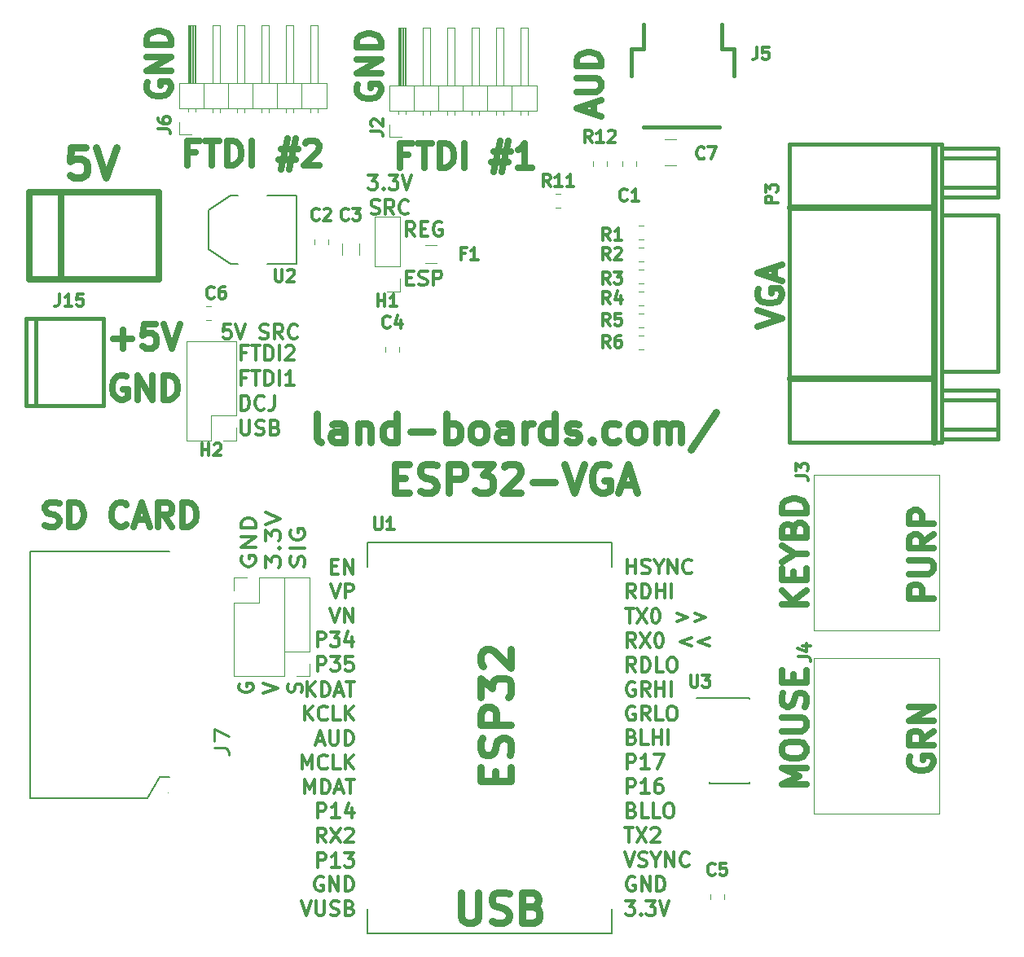
<source format=gbr>
G04 #@! TF.GenerationSoftware,KiCad,Pcbnew,(5.0.2)-1*
G04 #@! TF.CreationDate,2020-02-01T13:19:03-05:00*
G04 #@! TF.ProjectId,ESP-32_VGA,4553502d-3332-45f5-9647-412e6b696361,2*
G04 #@! TF.SameCoordinates,Original*
G04 #@! TF.FileFunction,Legend,Top*
G04 #@! TF.FilePolarity,Positive*
%FSLAX46Y46*%
G04 Gerber Fmt 4.6, Leading zero omitted, Abs format (unit mm)*
G04 Created by KiCad (PCBNEW (5.0.2)-1) date 2/1/2020 1:19:03 PM*
%MOMM*%
%LPD*%
G01*
G04 APERTURE LIST*
%ADD10C,0.635000*%
%ADD11C,0.300000*%
%ADD12C,0.793750*%
%ADD13C,0.750000*%
%ADD14C,0.120000*%
%ADD15C,0.203200*%
%ADD16C,0.381000*%
%ADD17C,0.150000*%
%ADD18C,0.650000*%
%ADD19C,0.010000*%
%ADD20C,0.317500*%
%ADD21C,0.250000*%
G04 APERTURE END LIST*
D10*
X101854000Y-86517238D02*
X101733047Y-86759142D01*
X101733047Y-87122000D01*
X101854000Y-87484857D01*
X102095904Y-87726761D01*
X102337809Y-87847714D01*
X102821619Y-87968666D01*
X103184476Y-87968666D01*
X103668285Y-87847714D01*
X103910190Y-87726761D01*
X104152095Y-87484857D01*
X104273047Y-87122000D01*
X104273047Y-86880095D01*
X104152095Y-86517238D01*
X104031142Y-86396285D01*
X103184476Y-86396285D01*
X103184476Y-86880095D01*
X104273047Y-83856285D02*
X103063523Y-84702952D01*
X104273047Y-85307714D02*
X101733047Y-85307714D01*
X101733047Y-84340095D01*
X101854000Y-84098190D01*
X101974952Y-83977238D01*
X102216857Y-83856285D01*
X102579714Y-83856285D01*
X102821619Y-83977238D01*
X102942571Y-84098190D01*
X103063523Y-84340095D01*
X103063523Y-85307714D01*
X104273047Y-82767714D02*
X101733047Y-82767714D01*
X104273047Y-81316285D01*
X101733047Y-81316285D01*
X104273047Y-70067714D02*
X101733047Y-70067714D01*
X101733047Y-69100095D01*
X101854000Y-68858190D01*
X101974952Y-68737238D01*
X102216857Y-68616285D01*
X102579714Y-68616285D01*
X102821619Y-68737238D01*
X102942571Y-68858190D01*
X103063523Y-69100095D01*
X103063523Y-70067714D01*
X101733047Y-67527714D02*
X103789238Y-67527714D01*
X104031142Y-67406761D01*
X104152095Y-67285809D01*
X104273047Y-67043904D01*
X104273047Y-66560095D01*
X104152095Y-66318190D01*
X104031142Y-66197238D01*
X103789238Y-66076285D01*
X101733047Y-66076285D01*
X104273047Y-63415333D02*
X103063523Y-64262000D01*
X104273047Y-64866761D02*
X101733047Y-64866761D01*
X101733047Y-63899142D01*
X101854000Y-63657238D01*
X101974952Y-63536285D01*
X102216857Y-63415333D01*
X102579714Y-63415333D01*
X102821619Y-63536285D01*
X102942571Y-63657238D01*
X103063523Y-63899142D01*
X103063523Y-64866761D01*
X104273047Y-62326761D02*
X101733047Y-62326761D01*
X101733047Y-61359142D01*
X101854000Y-61117238D01*
X101974952Y-60996285D01*
X102216857Y-60875333D01*
X102579714Y-60875333D01*
X102821619Y-60996285D01*
X102942571Y-61117238D01*
X103063523Y-61359142D01*
X103063523Y-62326761D01*
X11950095Y-62496095D02*
X12312952Y-62617047D01*
X12917714Y-62617047D01*
X13159619Y-62496095D01*
X13280571Y-62375142D01*
X13401523Y-62133238D01*
X13401523Y-61891333D01*
X13280571Y-61649428D01*
X13159619Y-61528476D01*
X12917714Y-61407523D01*
X12433904Y-61286571D01*
X12192000Y-61165619D01*
X12071047Y-61044666D01*
X11950095Y-60802761D01*
X11950095Y-60560857D01*
X12071047Y-60318952D01*
X12192000Y-60198000D01*
X12433904Y-60077047D01*
X13038666Y-60077047D01*
X13401523Y-60198000D01*
X14490095Y-62617047D02*
X14490095Y-60077047D01*
X15094857Y-60077047D01*
X15457714Y-60198000D01*
X15699619Y-60439904D01*
X15820571Y-60681809D01*
X15941523Y-61165619D01*
X15941523Y-61528476D01*
X15820571Y-62012285D01*
X15699619Y-62254190D01*
X15457714Y-62496095D01*
X15094857Y-62617047D01*
X14490095Y-62617047D01*
X20416761Y-62375142D02*
X20295809Y-62496095D01*
X19932952Y-62617047D01*
X19691047Y-62617047D01*
X19328190Y-62496095D01*
X19086285Y-62254190D01*
X18965333Y-62012285D01*
X18844380Y-61528476D01*
X18844380Y-61165619D01*
X18965333Y-60681809D01*
X19086285Y-60439904D01*
X19328190Y-60198000D01*
X19691047Y-60077047D01*
X19932952Y-60077047D01*
X20295809Y-60198000D01*
X20416761Y-60318952D01*
X21384380Y-61891333D02*
X22593904Y-61891333D01*
X21142476Y-62617047D02*
X21989142Y-60077047D01*
X22835809Y-62617047D01*
X25133904Y-62617047D02*
X24287238Y-61407523D01*
X23682476Y-62617047D02*
X23682476Y-60077047D01*
X24650095Y-60077047D01*
X24892000Y-60198000D01*
X25012952Y-60318952D01*
X25133904Y-60560857D01*
X25133904Y-60923714D01*
X25012952Y-61165619D01*
X24892000Y-61286571D01*
X24650095Y-61407523D01*
X23682476Y-61407523D01*
X26222476Y-62617047D02*
X26222476Y-60077047D01*
X26827238Y-60077047D01*
X27190095Y-60198000D01*
X27432000Y-60439904D01*
X27552952Y-60681809D01*
X27673904Y-61165619D01*
X27673904Y-61528476D01*
X27552952Y-62012285D01*
X27432000Y-62254190D01*
X27190095Y-62496095D01*
X26827238Y-62617047D01*
X26222476Y-62617047D01*
D11*
X40826428Y-99072000D02*
X40683571Y-99000571D01*
X40469285Y-99000571D01*
X40255000Y-99072000D01*
X40112142Y-99214857D01*
X40040714Y-99357714D01*
X39969285Y-99643428D01*
X39969285Y-99857714D01*
X40040714Y-100143428D01*
X40112142Y-100286285D01*
X40255000Y-100429142D01*
X40469285Y-100500571D01*
X40612142Y-100500571D01*
X40826428Y-100429142D01*
X40897857Y-100357714D01*
X40897857Y-99857714D01*
X40612142Y-99857714D01*
X41540714Y-100500571D02*
X41540714Y-99000571D01*
X42397857Y-100500571D01*
X42397857Y-99000571D01*
X43112142Y-100500571D02*
X43112142Y-99000571D01*
X43469285Y-99000571D01*
X43683571Y-99072000D01*
X43826428Y-99214857D01*
X43897857Y-99357714D01*
X43969285Y-99643428D01*
X43969285Y-99857714D01*
X43897857Y-100143428D01*
X43826428Y-100286285D01*
X43683571Y-100429142D01*
X43469285Y-100500571D01*
X43112142Y-100500571D01*
X50343714Y-32418571D02*
X49843714Y-31704285D01*
X49486571Y-32418571D02*
X49486571Y-30918571D01*
X50058000Y-30918571D01*
X50200857Y-30990000D01*
X50272285Y-31061428D01*
X50343714Y-31204285D01*
X50343714Y-31418571D01*
X50272285Y-31561428D01*
X50200857Y-31632857D01*
X50058000Y-31704285D01*
X49486571Y-31704285D01*
X50986571Y-31632857D02*
X51486571Y-31632857D01*
X51700857Y-32418571D02*
X50986571Y-32418571D01*
X50986571Y-30918571D01*
X51700857Y-30918571D01*
X53129428Y-30990000D02*
X52986571Y-30918571D01*
X52772285Y-30918571D01*
X52558000Y-30990000D01*
X52415142Y-31132857D01*
X52343714Y-31275714D01*
X52272285Y-31561428D01*
X52272285Y-31775714D01*
X52343714Y-32061428D01*
X52415142Y-32204285D01*
X52558000Y-32347142D01*
X52772285Y-32418571D01*
X52915142Y-32418571D01*
X53129428Y-32347142D01*
X53200857Y-32275714D01*
X53200857Y-31775714D01*
X52915142Y-31775714D01*
X49522285Y-36732857D02*
X50022285Y-36732857D01*
X50236571Y-37518571D02*
X49522285Y-37518571D01*
X49522285Y-36018571D01*
X50236571Y-36018571D01*
X50808000Y-37447142D02*
X51022285Y-37518571D01*
X51379428Y-37518571D01*
X51522285Y-37447142D01*
X51593714Y-37375714D01*
X51665142Y-37232857D01*
X51665142Y-37090000D01*
X51593714Y-36947142D01*
X51522285Y-36875714D01*
X51379428Y-36804285D01*
X51093714Y-36732857D01*
X50950857Y-36661428D01*
X50879428Y-36590000D01*
X50808000Y-36447142D01*
X50808000Y-36304285D01*
X50879428Y-36161428D01*
X50950857Y-36090000D01*
X51093714Y-36018571D01*
X51450857Y-36018571D01*
X51665142Y-36090000D01*
X52308000Y-37518571D02*
X52308000Y-36018571D01*
X52879428Y-36018571D01*
X53022285Y-36090000D01*
X53093714Y-36161428D01*
X53165142Y-36304285D01*
X53165142Y-36518571D01*
X53093714Y-36661428D01*
X53022285Y-36732857D01*
X52879428Y-36804285D01*
X52308000Y-36804285D01*
X45537714Y-26097571D02*
X46466285Y-26097571D01*
X45966285Y-26669000D01*
X46180571Y-26669000D01*
X46323428Y-26740428D01*
X46394857Y-26811857D01*
X46466285Y-26954714D01*
X46466285Y-27311857D01*
X46394857Y-27454714D01*
X46323428Y-27526142D01*
X46180571Y-27597571D01*
X45752000Y-27597571D01*
X45609142Y-27526142D01*
X45537714Y-27454714D01*
X47109142Y-27454714D02*
X47180571Y-27526142D01*
X47109142Y-27597571D01*
X47037714Y-27526142D01*
X47109142Y-27454714D01*
X47109142Y-27597571D01*
X47680571Y-26097571D02*
X48609142Y-26097571D01*
X48109142Y-26669000D01*
X48323428Y-26669000D01*
X48466285Y-26740428D01*
X48537714Y-26811857D01*
X48609142Y-26954714D01*
X48609142Y-27311857D01*
X48537714Y-27454714D01*
X48466285Y-27526142D01*
X48323428Y-27597571D01*
X47894857Y-27597571D01*
X47752000Y-27526142D01*
X47680571Y-27454714D01*
X49037714Y-26097571D02*
X49537714Y-27597571D01*
X50037714Y-26097571D01*
X45823428Y-30076142D02*
X46037714Y-30147571D01*
X46394857Y-30147571D01*
X46537714Y-30076142D01*
X46609142Y-30004714D01*
X46680571Y-29861857D01*
X46680571Y-29719000D01*
X46609142Y-29576142D01*
X46537714Y-29504714D01*
X46394857Y-29433285D01*
X46109142Y-29361857D01*
X45966285Y-29290428D01*
X45894857Y-29219000D01*
X45823428Y-29076142D01*
X45823428Y-28933285D01*
X45894857Y-28790428D01*
X45966285Y-28719000D01*
X46109142Y-28647571D01*
X46466285Y-28647571D01*
X46680571Y-28719000D01*
X48180571Y-30147571D02*
X47680571Y-29433285D01*
X47323428Y-30147571D02*
X47323428Y-28647571D01*
X47894857Y-28647571D01*
X48037714Y-28719000D01*
X48109142Y-28790428D01*
X48180571Y-28933285D01*
X48180571Y-29147571D01*
X48109142Y-29290428D01*
X48037714Y-29361857D01*
X47894857Y-29433285D01*
X47323428Y-29433285D01*
X49680571Y-30004714D02*
X49609142Y-30076142D01*
X49394857Y-30147571D01*
X49252000Y-30147571D01*
X49037714Y-30076142D01*
X48894857Y-29933285D01*
X48823428Y-29790428D01*
X48752000Y-29504714D01*
X48752000Y-29290428D01*
X48823428Y-29004714D01*
X48894857Y-28861857D01*
X49037714Y-28719000D01*
X49252000Y-28647571D01*
X49394857Y-28647571D01*
X49609142Y-28719000D01*
X49680571Y-28790428D01*
D10*
X44450000Y-16667238D02*
X44329047Y-16909142D01*
X44329047Y-17272000D01*
X44450000Y-17634857D01*
X44691904Y-17876761D01*
X44933809Y-17997714D01*
X45417619Y-18118666D01*
X45780476Y-18118666D01*
X46264285Y-17997714D01*
X46506190Y-17876761D01*
X46748095Y-17634857D01*
X46869047Y-17272000D01*
X46869047Y-17030095D01*
X46748095Y-16667238D01*
X46627142Y-16546285D01*
X45780476Y-16546285D01*
X45780476Y-17030095D01*
X46869047Y-15457714D02*
X44329047Y-15457714D01*
X46869047Y-14006285D01*
X44329047Y-14006285D01*
X46869047Y-12796761D02*
X44329047Y-12796761D01*
X44329047Y-12192000D01*
X44450000Y-11829142D01*
X44691904Y-11587238D01*
X44933809Y-11466285D01*
X45417619Y-11345333D01*
X45780476Y-11345333D01*
X46264285Y-11466285D01*
X46506190Y-11587238D01*
X46748095Y-11829142D01*
X46869047Y-12192000D01*
X46869047Y-12796761D01*
X22606000Y-16413238D02*
X22485047Y-16655142D01*
X22485047Y-17018000D01*
X22606000Y-17380857D01*
X22847904Y-17622761D01*
X23089809Y-17743714D01*
X23573619Y-17864666D01*
X23936476Y-17864666D01*
X24420285Y-17743714D01*
X24662190Y-17622761D01*
X24904095Y-17380857D01*
X25025047Y-17018000D01*
X25025047Y-16776095D01*
X24904095Y-16413238D01*
X24783142Y-16292285D01*
X23936476Y-16292285D01*
X23936476Y-16776095D01*
X25025047Y-15203714D02*
X22485047Y-15203714D01*
X25025047Y-13752285D01*
X22485047Y-13752285D01*
X25025047Y-12542761D02*
X22485047Y-12542761D01*
X22485047Y-11938000D01*
X22606000Y-11575142D01*
X22847904Y-11333238D01*
X23089809Y-11212285D01*
X23573619Y-11091333D01*
X23936476Y-11091333D01*
X24420285Y-11212285D01*
X24662190Y-11333238D01*
X24904095Y-11575142D01*
X25025047Y-11938000D01*
X25025047Y-12542761D01*
X69003333Y-19715238D02*
X69003333Y-18505714D01*
X69729047Y-19957142D02*
X67189047Y-19110476D01*
X69729047Y-18263809D01*
X67189047Y-17417142D02*
X69245238Y-17417142D01*
X69487142Y-17296190D01*
X69608095Y-17175238D01*
X69729047Y-16933333D01*
X69729047Y-16449523D01*
X69608095Y-16207619D01*
X69487142Y-16086666D01*
X69245238Y-15965714D01*
X67189047Y-15965714D01*
X69729047Y-14756190D02*
X67189047Y-14756190D01*
X67189047Y-14151428D01*
X67310000Y-13788571D01*
X67551904Y-13546666D01*
X67793809Y-13425714D01*
X68277619Y-13304761D01*
X68640476Y-13304761D01*
X69124285Y-13425714D01*
X69366190Y-13546666D01*
X69608095Y-13788571D01*
X69729047Y-14151428D01*
X69729047Y-14756190D01*
X19051511Y-43107428D02*
X20986750Y-43107428D01*
X20019130Y-44075047D02*
X20019130Y-42139809D01*
X23405797Y-41535047D02*
X22196273Y-41535047D01*
X22075321Y-42744571D01*
X22196273Y-42623619D01*
X22438178Y-42502666D01*
X23042940Y-42502666D01*
X23284845Y-42623619D01*
X23405797Y-42744571D01*
X23526750Y-42986476D01*
X23526750Y-43591238D01*
X23405797Y-43833142D01*
X23284845Y-43954095D01*
X23042940Y-44075047D01*
X22438178Y-44075047D01*
X22196273Y-43954095D01*
X22075321Y-43833142D01*
X24252464Y-41535047D02*
X25099130Y-44075047D01*
X25945797Y-41535047D01*
X20381988Y-46990000D02*
X20140083Y-46869047D01*
X19777226Y-46869047D01*
X19414369Y-46990000D01*
X19172464Y-47231904D01*
X19051511Y-47473809D01*
X18930559Y-47957619D01*
X18930559Y-48320476D01*
X19051511Y-48804285D01*
X19172464Y-49046190D01*
X19414369Y-49288095D01*
X19777226Y-49409047D01*
X20019130Y-49409047D01*
X20381988Y-49288095D01*
X20502940Y-49167142D01*
X20502940Y-48320476D01*
X20019130Y-48320476D01*
X21591511Y-49409047D02*
X21591511Y-46869047D01*
X23042940Y-49409047D01*
X23042940Y-46869047D01*
X24252464Y-49409047D02*
X24252464Y-46869047D01*
X24857226Y-46869047D01*
X25220083Y-46990000D01*
X25461988Y-47231904D01*
X25582940Y-47473809D01*
X25703892Y-47957619D01*
X25703892Y-48320476D01*
X25582940Y-48804285D01*
X25461988Y-49046190D01*
X25220083Y-49288095D01*
X24857226Y-49409047D01*
X24252464Y-49409047D01*
X91065047Y-70720857D02*
X88525047Y-70720857D01*
X91065047Y-69269428D02*
X89613619Y-70358000D01*
X88525047Y-69269428D02*
X89976476Y-70720857D01*
X89734571Y-68180857D02*
X89734571Y-67334190D01*
X91065047Y-66971333D02*
X91065047Y-68180857D01*
X88525047Y-68180857D01*
X88525047Y-66971333D01*
X89855523Y-65398952D02*
X91065047Y-65398952D01*
X88525047Y-66245619D02*
X89855523Y-65398952D01*
X88525047Y-64552285D01*
X89734571Y-62858952D02*
X89855523Y-62496095D01*
X89976476Y-62375142D01*
X90218380Y-62254190D01*
X90581238Y-62254190D01*
X90823142Y-62375142D01*
X90944095Y-62496095D01*
X91065047Y-62738000D01*
X91065047Y-63705619D01*
X88525047Y-63705619D01*
X88525047Y-62858952D01*
X88646000Y-62617047D01*
X88766952Y-62496095D01*
X89008857Y-62375142D01*
X89250761Y-62375142D01*
X89492666Y-62496095D01*
X89613619Y-62617047D01*
X89734571Y-62858952D01*
X89734571Y-63705619D01*
X91065047Y-61165619D02*
X88525047Y-61165619D01*
X88525047Y-60560857D01*
X88646000Y-60198000D01*
X88887904Y-59956095D01*
X89129809Y-59835142D01*
X89613619Y-59714190D01*
X89976476Y-59714190D01*
X90460285Y-59835142D01*
X90702190Y-59956095D01*
X90944095Y-60198000D01*
X91065047Y-60560857D01*
X91065047Y-61165619D01*
X91065047Y-89432190D02*
X88525047Y-89432190D01*
X90339333Y-88585523D01*
X88525047Y-87738857D01*
X91065047Y-87738857D01*
X88525047Y-86045523D02*
X88525047Y-85561714D01*
X88646000Y-85319809D01*
X88887904Y-85077904D01*
X89371714Y-84956952D01*
X90218380Y-84956952D01*
X90702190Y-85077904D01*
X90944095Y-85319809D01*
X91065047Y-85561714D01*
X91065047Y-86045523D01*
X90944095Y-86287428D01*
X90702190Y-86529333D01*
X90218380Y-86650285D01*
X89371714Y-86650285D01*
X88887904Y-86529333D01*
X88646000Y-86287428D01*
X88525047Y-86045523D01*
X88525047Y-83868380D02*
X90581238Y-83868380D01*
X90823142Y-83747428D01*
X90944095Y-83626476D01*
X91065047Y-83384571D01*
X91065047Y-82900761D01*
X90944095Y-82658857D01*
X90823142Y-82537904D01*
X90581238Y-82416952D01*
X88525047Y-82416952D01*
X90944095Y-81328380D02*
X91065047Y-80965523D01*
X91065047Y-80360761D01*
X90944095Y-80118857D01*
X90823142Y-79997904D01*
X90581238Y-79876952D01*
X90339333Y-79876952D01*
X90097428Y-79997904D01*
X89976476Y-80118857D01*
X89855523Y-80360761D01*
X89734571Y-80844571D01*
X89613619Y-81086476D01*
X89492666Y-81207428D01*
X89250761Y-81328380D01*
X89008857Y-81328380D01*
X88766952Y-81207428D01*
X88646000Y-81086476D01*
X88525047Y-80844571D01*
X88525047Y-80239809D01*
X88646000Y-79876952D01*
X89734571Y-78788380D02*
X89734571Y-77941714D01*
X91065047Y-77578857D02*
X91065047Y-78788380D01*
X88525047Y-78788380D01*
X88525047Y-77578857D01*
D11*
X32387000Y-65663571D02*
X32315571Y-65845000D01*
X32315571Y-66117142D01*
X32387000Y-66389285D01*
X32529857Y-66570714D01*
X32672714Y-66661428D01*
X32958428Y-66752142D01*
X33172714Y-66752142D01*
X33458428Y-66661428D01*
X33601285Y-66570714D01*
X33744142Y-66389285D01*
X33815571Y-66117142D01*
X33815571Y-65935714D01*
X33744142Y-65663571D01*
X33672714Y-65572857D01*
X33172714Y-65572857D01*
X33172714Y-65935714D01*
X33815571Y-64756428D02*
X32315571Y-64756428D01*
X33815571Y-63667857D01*
X32315571Y-63667857D01*
X33815571Y-62760714D02*
X32315571Y-62760714D01*
X32315571Y-62307142D01*
X32387000Y-62035000D01*
X32529857Y-61853571D01*
X32672714Y-61762857D01*
X32958428Y-61672142D01*
X33172714Y-61672142D01*
X33458428Y-61762857D01*
X33601285Y-61853571D01*
X33744142Y-62035000D01*
X33815571Y-62307142D01*
X33815571Y-62760714D01*
X34865571Y-66842857D02*
X34865571Y-65663571D01*
X35437000Y-66298571D01*
X35437000Y-66026428D01*
X35508428Y-65845000D01*
X35579857Y-65754285D01*
X35722714Y-65663571D01*
X36079857Y-65663571D01*
X36222714Y-65754285D01*
X36294142Y-65845000D01*
X36365571Y-66026428D01*
X36365571Y-66570714D01*
X36294142Y-66752142D01*
X36222714Y-66842857D01*
X36222714Y-64847142D02*
X36294142Y-64756428D01*
X36365571Y-64847142D01*
X36294142Y-64937857D01*
X36222714Y-64847142D01*
X36365571Y-64847142D01*
X34865571Y-64121428D02*
X34865571Y-62942142D01*
X35437000Y-63577142D01*
X35437000Y-63305000D01*
X35508428Y-63123571D01*
X35579857Y-63032857D01*
X35722714Y-62942142D01*
X36079857Y-62942142D01*
X36222714Y-63032857D01*
X36294142Y-63123571D01*
X36365571Y-63305000D01*
X36365571Y-63849285D01*
X36294142Y-64030714D01*
X36222714Y-64121428D01*
X34865571Y-62397857D02*
X36365571Y-61762857D01*
X34865571Y-61127857D01*
X38844142Y-66752142D02*
X38915571Y-66480000D01*
X38915571Y-66026428D01*
X38844142Y-65845000D01*
X38772714Y-65754285D01*
X38629857Y-65663571D01*
X38487000Y-65663571D01*
X38344142Y-65754285D01*
X38272714Y-65845000D01*
X38201285Y-66026428D01*
X38129857Y-66389285D01*
X38058428Y-66570714D01*
X37987000Y-66661428D01*
X37844142Y-66752142D01*
X37701285Y-66752142D01*
X37558428Y-66661428D01*
X37487000Y-66570714D01*
X37415571Y-66389285D01*
X37415571Y-65935714D01*
X37487000Y-65663571D01*
X38915571Y-64847142D02*
X37415571Y-64847142D01*
X37487000Y-62942142D02*
X37415571Y-63123571D01*
X37415571Y-63395714D01*
X37487000Y-63667857D01*
X37629857Y-63849285D01*
X37772714Y-63940000D01*
X38058428Y-64030714D01*
X38272714Y-64030714D01*
X38558428Y-63940000D01*
X38701285Y-63849285D01*
X38844142Y-63667857D01*
X38915571Y-63395714D01*
X38915571Y-63214285D01*
X38844142Y-62942142D01*
X38772714Y-62851428D01*
X38272714Y-62851428D01*
X38272714Y-63214285D01*
D10*
X27601333Y-23694571D02*
X26754666Y-23694571D01*
X26754666Y-25025047D02*
X26754666Y-22485047D01*
X27964190Y-22485047D01*
X28568952Y-22485047D02*
X30020380Y-22485047D01*
X29294666Y-25025047D02*
X29294666Y-22485047D01*
X30867047Y-25025047D02*
X30867047Y-22485047D01*
X31471809Y-22485047D01*
X31834666Y-22606000D01*
X32076571Y-22847904D01*
X32197523Y-23089809D01*
X32318476Y-23573619D01*
X32318476Y-23936476D01*
X32197523Y-24420285D01*
X32076571Y-24662190D01*
X31834666Y-24904095D01*
X31471809Y-25025047D01*
X30867047Y-25025047D01*
X33407047Y-25025047D02*
X33407047Y-22485047D01*
X36430857Y-23331714D02*
X38245142Y-23331714D01*
X37156571Y-22243142D02*
X36430857Y-25508857D01*
X38003238Y-24420285D02*
X36188952Y-24420285D01*
X37277523Y-25508857D02*
X38003238Y-22243142D01*
X38970857Y-22726952D02*
X39091809Y-22606000D01*
X39333714Y-22485047D01*
X39938476Y-22485047D01*
X40180380Y-22606000D01*
X40301333Y-22726952D01*
X40422285Y-22968857D01*
X40422285Y-23210761D01*
X40301333Y-23573619D01*
X38849904Y-25025047D01*
X40422285Y-25025047D01*
D11*
X38612142Y-101540571D02*
X39112142Y-103040571D01*
X39612142Y-101540571D01*
X40112142Y-101540571D02*
X40112142Y-102754857D01*
X40183571Y-102897714D01*
X40255000Y-102969142D01*
X40397857Y-103040571D01*
X40683571Y-103040571D01*
X40826428Y-102969142D01*
X40897857Y-102897714D01*
X40969285Y-102754857D01*
X40969285Y-101540571D01*
X41612142Y-102969142D02*
X41826428Y-103040571D01*
X42183571Y-103040571D01*
X42326428Y-102969142D01*
X42397857Y-102897714D01*
X42469285Y-102754857D01*
X42469285Y-102612000D01*
X42397857Y-102469142D01*
X42326428Y-102397714D01*
X42183571Y-102326285D01*
X41897857Y-102254857D01*
X41755000Y-102183428D01*
X41683571Y-102112000D01*
X41612142Y-101969142D01*
X41612142Y-101826285D01*
X41683571Y-101683428D01*
X41755000Y-101612000D01*
X41897857Y-101540571D01*
X42255000Y-101540571D01*
X42469285Y-101612000D01*
X43612142Y-102254857D02*
X43826428Y-102326285D01*
X43897857Y-102397714D01*
X43969285Y-102540571D01*
X43969285Y-102754857D01*
X43897857Y-102897714D01*
X43826428Y-102969142D01*
X43683571Y-103040571D01*
X43112142Y-103040571D01*
X43112142Y-101540571D01*
X43612142Y-101540571D01*
X43755000Y-101612000D01*
X43826428Y-101683428D01*
X43897857Y-101826285D01*
X43897857Y-101969142D01*
X43826428Y-102112000D01*
X43755000Y-102183428D01*
X43612142Y-102254857D01*
X43112142Y-102254857D01*
X32815857Y-44526142D02*
X32307857Y-44526142D01*
X32307857Y-45324428D02*
X32307857Y-43800428D01*
X33033571Y-43800428D01*
X33396428Y-43800428D02*
X34267285Y-43800428D01*
X33831857Y-45324428D02*
X33831857Y-43800428D01*
X34775285Y-45324428D02*
X34775285Y-43800428D01*
X35138142Y-43800428D01*
X35355857Y-43873000D01*
X35501000Y-44018142D01*
X35573571Y-44163285D01*
X35646142Y-44453571D01*
X35646142Y-44671285D01*
X35573571Y-44961571D01*
X35501000Y-45106714D01*
X35355857Y-45251857D01*
X35138142Y-45324428D01*
X34775285Y-45324428D01*
X36299285Y-45324428D02*
X36299285Y-43800428D01*
X36952428Y-43945571D02*
X37025000Y-43873000D01*
X37170142Y-43800428D01*
X37533000Y-43800428D01*
X37678142Y-43873000D01*
X37750714Y-43945571D01*
X37823285Y-44090714D01*
X37823285Y-44235857D01*
X37750714Y-44453571D01*
X36879857Y-45324428D01*
X37823285Y-45324428D01*
X32815857Y-47112142D02*
X32307857Y-47112142D01*
X32307857Y-47910428D02*
X32307857Y-46386428D01*
X33033571Y-46386428D01*
X33396428Y-46386428D02*
X34267285Y-46386428D01*
X33831857Y-47910428D02*
X33831857Y-46386428D01*
X34775285Y-47910428D02*
X34775285Y-46386428D01*
X35138142Y-46386428D01*
X35355857Y-46459000D01*
X35501000Y-46604142D01*
X35573571Y-46749285D01*
X35646142Y-47039571D01*
X35646142Y-47257285D01*
X35573571Y-47547571D01*
X35501000Y-47692714D01*
X35355857Y-47837857D01*
X35138142Y-47910428D01*
X34775285Y-47910428D01*
X36299285Y-47910428D02*
X36299285Y-46386428D01*
X37823285Y-47910428D02*
X36952428Y-47910428D01*
X37387857Y-47910428D02*
X37387857Y-46386428D01*
X37242714Y-46604142D01*
X37097571Y-46749285D01*
X36952428Y-46821857D01*
X32307857Y-50496428D02*
X32307857Y-48972428D01*
X32670714Y-48972428D01*
X32888428Y-49045000D01*
X33033571Y-49190142D01*
X33106142Y-49335285D01*
X33178714Y-49625571D01*
X33178714Y-49843285D01*
X33106142Y-50133571D01*
X33033571Y-50278714D01*
X32888428Y-50423857D01*
X32670714Y-50496428D01*
X32307857Y-50496428D01*
X34702714Y-50351285D02*
X34630142Y-50423857D01*
X34412428Y-50496428D01*
X34267285Y-50496428D01*
X34049571Y-50423857D01*
X33904428Y-50278714D01*
X33831857Y-50133571D01*
X33759285Y-49843285D01*
X33759285Y-49625571D01*
X33831857Y-49335285D01*
X33904428Y-49190142D01*
X34049571Y-49045000D01*
X34267285Y-48972428D01*
X34412428Y-48972428D01*
X34630142Y-49045000D01*
X34702714Y-49117571D01*
X35791285Y-48972428D02*
X35791285Y-50061000D01*
X35718714Y-50278714D01*
X35573571Y-50423857D01*
X35355857Y-50496428D01*
X35210714Y-50496428D01*
X32307857Y-51558428D02*
X32307857Y-52792142D01*
X32380428Y-52937285D01*
X32453000Y-53009857D01*
X32598142Y-53082428D01*
X32888428Y-53082428D01*
X33033571Y-53009857D01*
X33106142Y-52937285D01*
X33178714Y-52792142D01*
X33178714Y-51558428D01*
X33831857Y-53009857D02*
X34049571Y-53082428D01*
X34412428Y-53082428D01*
X34557571Y-53009857D01*
X34630142Y-52937285D01*
X34702714Y-52792142D01*
X34702714Y-52647000D01*
X34630142Y-52501857D01*
X34557571Y-52429285D01*
X34412428Y-52356714D01*
X34122142Y-52284142D01*
X33977000Y-52211571D01*
X33904428Y-52139000D01*
X33831857Y-51993857D01*
X33831857Y-51848714D01*
X33904428Y-51703571D01*
X33977000Y-51631000D01*
X34122142Y-51558428D01*
X34485000Y-51558428D01*
X34702714Y-51631000D01*
X35863857Y-52284142D02*
X36081571Y-52356714D01*
X36154142Y-52429285D01*
X36226714Y-52574428D01*
X36226714Y-52792142D01*
X36154142Y-52937285D01*
X36081571Y-53009857D01*
X35936428Y-53082428D01*
X35355857Y-53082428D01*
X35355857Y-51558428D01*
X35863857Y-51558428D01*
X36009000Y-51631000D01*
X36081571Y-51703571D01*
X36154142Y-51848714D01*
X36154142Y-51993857D01*
X36081571Y-52139000D01*
X36009000Y-52211571D01*
X35863857Y-52284142D01*
X35355857Y-52284142D01*
X31218571Y-41596571D02*
X30504285Y-41596571D01*
X30432857Y-42310857D01*
X30504285Y-42239428D01*
X30647142Y-42168000D01*
X31004285Y-42168000D01*
X31147142Y-42239428D01*
X31218571Y-42310857D01*
X31290000Y-42453714D01*
X31290000Y-42810857D01*
X31218571Y-42953714D01*
X31147142Y-43025142D01*
X31004285Y-43096571D01*
X30647142Y-43096571D01*
X30504285Y-43025142D01*
X30432857Y-42953714D01*
X31718571Y-41596571D02*
X32218571Y-43096571D01*
X32718571Y-41596571D01*
X34290000Y-43025142D02*
X34504285Y-43096571D01*
X34861428Y-43096571D01*
X35004285Y-43025142D01*
X35075714Y-42953714D01*
X35147142Y-42810857D01*
X35147142Y-42668000D01*
X35075714Y-42525142D01*
X35004285Y-42453714D01*
X34861428Y-42382285D01*
X34575714Y-42310857D01*
X34432857Y-42239428D01*
X34361428Y-42168000D01*
X34290000Y-42025142D01*
X34290000Y-41882285D01*
X34361428Y-41739428D01*
X34432857Y-41668000D01*
X34575714Y-41596571D01*
X34932857Y-41596571D01*
X35147142Y-41668000D01*
X36647142Y-43096571D02*
X36147142Y-42382285D01*
X35790000Y-43096571D02*
X35790000Y-41596571D01*
X36361428Y-41596571D01*
X36504285Y-41668000D01*
X36575714Y-41739428D01*
X36647142Y-41882285D01*
X36647142Y-42096571D01*
X36575714Y-42239428D01*
X36504285Y-42310857D01*
X36361428Y-42382285D01*
X35790000Y-42382285D01*
X38147142Y-42953714D02*
X38075714Y-43025142D01*
X37861428Y-43096571D01*
X37718571Y-43096571D01*
X37504285Y-43025142D01*
X37361428Y-42882285D01*
X37290000Y-42739428D01*
X37218571Y-42453714D01*
X37218571Y-42239428D01*
X37290000Y-41953714D01*
X37361428Y-41810857D01*
X37504285Y-41668000D01*
X37718571Y-41596571D01*
X37861428Y-41596571D01*
X38075714Y-41668000D01*
X38147142Y-41739428D01*
X41683571Y-66745657D02*
X42183571Y-66745657D01*
X42397857Y-67531371D02*
X41683571Y-67531371D01*
X41683571Y-66031371D01*
X42397857Y-66031371D01*
X43040714Y-67531371D02*
X43040714Y-66031371D01*
X43897857Y-67531371D01*
X43897857Y-66031371D01*
X41612142Y-68545971D02*
X42112142Y-70045971D01*
X42612142Y-68545971D01*
X43112142Y-70045971D02*
X43112142Y-68545971D01*
X43683571Y-68545971D01*
X43826428Y-68617400D01*
X43897857Y-68688828D01*
X43969285Y-68831685D01*
X43969285Y-69045971D01*
X43897857Y-69188828D01*
X43826428Y-69260257D01*
X43683571Y-69331685D01*
X43112142Y-69331685D01*
X41540714Y-71085971D02*
X42040714Y-72585971D01*
X42540714Y-71085971D01*
X43040714Y-72585971D02*
X43040714Y-71085971D01*
X43897857Y-72585971D01*
X43897857Y-71085971D01*
X38580142Y-79803571D02*
X38651571Y-79589285D01*
X38651571Y-79232142D01*
X38580142Y-79089285D01*
X38508714Y-79017857D01*
X38365857Y-78946428D01*
X38223000Y-78946428D01*
X38080142Y-79017857D01*
X38008714Y-79089285D01*
X37937285Y-79232142D01*
X37865857Y-79517857D01*
X37794428Y-79660714D01*
X37723000Y-79732142D01*
X37580142Y-79803571D01*
X37437285Y-79803571D01*
X37294428Y-79732142D01*
X37223000Y-79660714D01*
X37151571Y-79517857D01*
X37151571Y-79160714D01*
X37223000Y-78946428D01*
X32143000Y-78982142D02*
X32071571Y-79125000D01*
X32071571Y-79339285D01*
X32143000Y-79553571D01*
X32285857Y-79696428D01*
X32428714Y-79767857D01*
X32714428Y-79839285D01*
X32928714Y-79839285D01*
X33214428Y-79767857D01*
X33357285Y-79696428D01*
X33500142Y-79553571D01*
X33571571Y-79339285D01*
X33571571Y-79196428D01*
X33500142Y-78982142D01*
X33428714Y-78910714D01*
X32928714Y-78910714D01*
X32928714Y-79196428D01*
X34611571Y-79875000D02*
X36111571Y-79375000D01*
X34611571Y-78875000D01*
X40255000Y-98011371D02*
X40255000Y-96511371D01*
X40826428Y-96511371D01*
X40969285Y-96582800D01*
X41040714Y-96654228D01*
X41112142Y-96797085D01*
X41112142Y-97011371D01*
X41040714Y-97154228D01*
X40969285Y-97225657D01*
X40826428Y-97297085D01*
X40255000Y-97297085D01*
X42540714Y-98011371D02*
X41683571Y-98011371D01*
X42112142Y-98011371D02*
X42112142Y-96511371D01*
X41969285Y-96725657D01*
X41826428Y-96868514D01*
X41683571Y-96939942D01*
X43040714Y-96511371D02*
X43969285Y-96511371D01*
X43469285Y-97082800D01*
X43683571Y-97082800D01*
X43826428Y-97154228D01*
X43897857Y-97225657D01*
X43969285Y-97368514D01*
X43969285Y-97725657D01*
X43897857Y-97868514D01*
X43826428Y-97939942D01*
X43683571Y-98011371D01*
X43255000Y-98011371D01*
X43112142Y-97939942D01*
X43040714Y-97868514D01*
X41112142Y-95445971D02*
X40612142Y-94731685D01*
X40255000Y-95445971D02*
X40255000Y-93945971D01*
X40826428Y-93945971D01*
X40969285Y-94017400D01*
X41040714Y-94088828D01*
X41112142Y-94231685D01*
X41112142Y-94445971D01*
X41040714Y-94588828D01*
X40969285Y-94660257D01*
X40826428Y-94731685D01*
X40255000Y-94731685D01*
X41612142Y-93945971D02*
X42612142Y-95445971D01*
X42612142Y-93945971D02*
X41612142Y-95445971D01*
X43112142Y-94088828D02*
X43183571Y-94017400D01*
X43326428Y-93945971D01*
X43683571Y-93945971D01*
X43826428Y-94017400D01*
X43897857Y-94088828D01*
X43969285Y-94231685D01*
X43969285Y-94374542D01*
X43897857Y-94588828D01*
X43040714Y-95445971D01*
X43969285Y-95445971D01*
X40255000Y-92880571D02*
X40255000Y-91380571D01*
X40826428Y-91380571D01*
X40969285Y-91452000D01*
X41040714Y-91523428D01*
X41112142Y-91666285D01*
X41112142Y-91880571D01*
X41040714Y-92023428D01*
X40969285Y-92094857D01*
X40826428Y-92166285D01*
X40255000Y-92166285D01*
X42540714Y-92880571D02*
X41683571Y-92880571D01*
X42112142Y-92880571D02*
X42112142Y-91380571D01*
X41969285Y-91594857D01*
X41826428Y-91737714D01*
X41683571Y-91809142D01*
X43826428Y-91880571D02*
X43826428Y-92880571D01*
X43469285Y-91309142D02*
X43112142Y-92380571D01*
X44040714Y-92380571D01*
X38943885Y-90365971D02*
X38943885Y-88865971D01*
X39443885Y-89937400D01*
X39943885Y-88865971D01*
X39943885Y-90365971D01*
X40658171Y-90365971D02*
X40658171Y-88865971D01*
X41015314Y-88865971D01*
X41229600Y-88937400D01*
X41372457Y-89080257D01*
X41443885Y-89223114D01*
X41515314Y-89508828D01*
X41515314Y-89723114D01*
X41443885Y-90008828D01*
X41372457Y-90151685D01*
X41229600Y-90294542D01*
X41015314Y-90365971D01*
X40658171Y-90365971D01*
X42086742Y-89937400D02*
X42801028Y-89937400D01*
X41943885Y-90365971D02*
X42443885Y-88865971D01*
X42943885Y-90365971D01*
X43229600Y-88865971D02*
X44086742Y-88865971D01*
X43658171Y-90365971D02*
X43658171Y-88865971D01*
X38683571Y-87825971D02*
X38683571Y-86325971D01*
X39183571Y-87397400D01*
X39683571Y-86325971D01*
X39683571Y-87825971D01*
X41254999Y-87683114D02*
X41183571Y-87754542D01*
X40969285Y-87825971D01*
X40826428Y-87825971D01*
X40612142Y-87754542D01*
X40469285Y-87611685D01*
X40397857Y-87468828D01*
X40326428Y-87183114D01*
X40326428Y-86968828D01*
X40397857Y-86683114D01*
X40469285Y-86540257D01*
X40612142Y-86397400D01*
X40826428Y-86325971D01*
X40969285Y-86325971D01*
X41183571Y-86397400D01*
X41254999Y-86468828D01*
X42612142Y-87825971D02*
X41897857Y-87825971D01*
X41897857Y-86325971D01*
X43112142Y-87825971D02*
X43112142Y-86325971D01*
X43969285Y-87825971D02*
X43326428Y-86968828D01*
X43969285Y-86325971D02*
X43112142Y-87183114D01*
X40183571Y-84882800D02*
X40897857Y-84882800D01*
X40040714Y-85311371D02*
X40540714Y-83811371D01*
X41040714Y-85311371D01*
X41540714Y-83811371D02*
X41540714Y-85025657D01*
X41612142Y-85168514D01*
X41683571Y-85239942D01*
X41826428Y-85311371D01*
X42112142Y-85311371D01*
X42255000Y-85239942D01*
X42326428Y-85168514D01*
X42397857Y-85025657D01*
X42397857Y-83811371D01*
X43112142Y-85311371D02*
X43112142Y-83811371D01*
X43469285Y-83811371D01*
X43683571Y-83882800D01*
X43826428Y-84025657D01*
X43897857Y-84168514D01*
X43969285Y-84454228D01*
X43969285Y-84668514D01*
X43897857Y-84954228D01*
X43826428Y-85097085D01*
X43683571Y-85239942D01*
X43469285Y-85311371D01*
X43112142Y-85311371D01*
X38897857Y-82745971D02*
X38897857Y-81245971D01*
X39755000Y-82745971D02*
X39112142Y-81888828D01*
X39755000Y-81245971D02*
X38897857Y-82103114D01*
X41255000Y-82603114D02*
X41183571Y-82674542D01*
X40969285Y-82745971D01*
X40826428Y-82745971D01*
X40612142Y-82674542D01*
X40469285Y-82531685D01*
X40397857Y-82388828D01*
X40326428Y-82103114D01*
X40326428Y-81888828D01*
X40397857Y-81603114D01*
X40469285Y-81460257D01*
X40612142Y-81317400D01*
X40826428Y-81245971D01*
X40969285Y-81245971D01*
X41183571Y-81317400D01*
X41255000Y-81388828D01*
X42612142Y-82745971D02*
X41897857Y-82745971D01*
X41897857Y-81245971D01*
X43112142Y-82745971D02*
X43112142Y-81245971D01*
X43969285Y-82745971D02*
X43326428Y-81888828D01*
X43969285Y-81245971D02*
X43112142Y-82103114D01*
X39158171Y-80256771D02*
X39158171Y-78756771D01*
X40015314Y-80256771D02*
X39372457Y-79399628D01*
X40015314Y-78756771D02*
X39158171Y-79613914D01*
X40658171Y-80256771D02*
X40658171Y-78756771D01*
X41015314Y-78756771D01*
X41229600Y-78828200D01*
X41372457Y-78971057D01*
X41443885Y-79113914D01*
X41515314Y-79399628D01*
X41515314Y-79613914D01*
X41443885Y-79899628D01*
X41372457Y-80042485D01*
X41229600Y-80185342D01*
X41015314Y-80256771D01*
X40658171Y-80256771D01*
X42086742Y-79828200D02*
X42801028Y-79828200D01*
X41943885Y-80256771D02*
X42443885Y-78756771D01*
X42943885Y-80256771D01*
X43229600Y-78756771D02*
X44086742Y-78756771D01*
X43658171Y-80256771D02*
X43658171Y-78756771D01*
X40255000Y-77640571D02*
X40255000Y-76140571D01*
X40826428Y-76140571D01*
X40969285Y-76212000D01*
X41040714Y-76283428D01*
X41112142Y-76426285D01*
X41112142Y-76640571D01*
X41040714Y-76783428D01*
X40969285Y-76854857D01*
X40826428Y-76926285D01*
X40255000Y-76926285D01*
X41612142Y-76140571D02*
X42540714Y-76140571D01*
X42040714Y-76712000D01*
X42255000Y-76712000D01*
X42397857Y-76783428D01*
X42469285Y-76854857D01*
X42540714Y-76997714D01*
X42540714Y-77354857D01*
X42469285Y-77497714D01*
X42397857Y-77569142D01*
X42255000Y-77640571D01*
X41826428Y-77640571D01*
X41683571Y-77569142D01*
X41612142Y-77497714D01*
X43897857Y-76140571D02*
X43183571Y-76140571D01*
X43112142Y-76854857D01*
X43183571Y-76783428D01*
X43326428Y-76712000D01*
X43683571Y-76712000D01*
X43826428Y-76783428D01*
X43897857Y-76854857D01*
X43969285Y-76997714D01*
X43969285Y-77354857D01*
X43897857Y-77497714D01*
X43826428Y-77569142D01*
X43683571Y-77640571D01*
X43326428Y-77640571D01*
X43183571Y-77569142D01*
X43112142Y-77497714D01*
X40229600Y-75049771D02*
X40229600Y-73549771D01*
X40801028Y-73549771D01*
X40943885Y-73621200D01*
X41015314Y-73692628D01*
X41086742Y-73835485D01*
X41086742Y-74049771D01*
X41015314Y-74192628D01*
X40943885Y-74264057D01*
X40801028Y-74335485D01*
X40229600Y-74335485D01*
X41586742Y-73549771D02*
X42515314Y-73549771D01*
X42015314Y-74121200D01*
X42229600Y-74121200D01*
X42372457Y-74192628D01*
X42443885Y-74264057D01*
X42515314Y-74406914D01*
X42515314Y-74764057D01*
X42443885Y-74906914D01*
X42372457Y-74978342D01*
X42229600Y-75049771D01*
X41801028Y-75049771D01*
X41658171Y-74978342D01*
X41586742Y-74906914D01*
X43801028Y-74049771D02*
X43801028Y-75049771D01*
X43443885Y-73478342D02*
X43086742Y-74549771D01*
X44015314Y-74549771D01*
X72219857Y-96460571D02*
X72719857Y-97960571D01*
X73219857Y-96460571D01*
X73648428Y-97889142D02*
X73862714Y-97960571D01*
X74219857Y-97960571D01*
X74362714Y-97889142D01*
X74434142Y-97817714D01*
X74505571Y-97674857D01*
X74505571Y-97532000D01*
X74434142Y-97389142D01*
X74362714Y-97317714D01*
X74219857Y-97246285D01*
X73934142Y-97174857D01*
X73791285Y-97103428D01*
X73719857Y-97032000D01*
X73648428Y-96889142D01*
X73648428Y-96746285D01*
X73719857Y-96603428D01*
X73791285Y-96532000D01*
X73934142Y-96460571D01*
X74291285Y-96460571D01*
X74505571Y-96532000D01*
X75434142Y-97246285D02*
X75434142Y-97960571D01*
X74934142Y-96460571D02*
X75434142Y-97246285D01*
X75934142Y-96460571D01*
X76434142Y-97960571D02*
X76434142Y-96460571D01*
X77291285Y-97960571D01*
X77291285Y-96460571D01*
X78862714Y-97817714D02*
X78791285Y-97889142D01*
X78577000Y-97960571D01*
X78434142Y-97960571D01*
X78219857Y-97889142D01*
X78077000Y-97746285D01*
X78005571Y-97603428D01*
X77934142Y-97317714D01*
X77934142Y-97103428D01*
X78005571Y-96817714D01*
X78077000Y-96674857D01*
X78219857Y-96532000D01*
X78434142Y-96460571D01*
X78577000Y-96460571D01*
X78791285Y-96532000D01*
X78862714Y-96603428D01*
X72219857Y-93920571D02*
X73077000Y-93920571D01*
X72648428Y-95420571D02*
X72648428Y-93920571D01*
X73434142Y-93920571D02*
X74434142Y-95420571D01*
X74434142Y-93920571D02*
X73434142Y-95420571D01*
X74934142Y-94063428D02*
X75005571Y-93992000D01*
X75148428Y-93920571D01*
X75505571Y-93920571D01*
X75648428Y-93992000D01*
X75719857Y-94063428D01*
X75791285Y-94206285D01*
X75791285Y-94349142D01*
X75719857Y-94563428D01*
X74862714Y-95420571D01*
X75791285Y-95420571D01*
X72934142Y-92094857D02*
X73148428Y-92166285D01*
X73219857Y-92237714D01*
X73291285Y-92380571D01*
X73291285Y-92594857D01*
X73219857Y-92737714D01*
X73148428Y-92809142D01*
X73005571Y-92880571D01*
X72434142Y-92880571D01*
X72434142Y-91380571D01*
X72934142Y-91380571D01*
X73077000Y-91452000D01*
X73148428Y-91523428D01*
X73219857Y-91666285D01*
X73219857Y-91809142D01*
X73148428Y-91952000D01*
X73077000Y-92023428D01*
X72934142Y-92094857D01*
X72434142Y-92094857D01*
X74648428Y-92880571D02*
X73934142Y-92880571D01*
X73934142Y-91380571D01*
X75862714Y-92880571D02*
X75148428Y-92880571D01*
X75148428Y-91380571D01*
X76648428Y-91380571D02*
X76934142Y-91380571D01*
X77077000Y-91452000D01*
X77219857Y-91594857D01*
X77291285Y-91880571D01*
X77291285Y-92380571D01*
X77219857Y-92666285D01*
X77077000Y-92809142D01*
X76934142Y-92880571D01*
X76648428Y-92880571D01*
X76505571Y-92809142D01*
X76362714Y-92666285D01*
X76291285Y-92380571D01*
X76291285Y-91880571D01*
X76362714Y-91594857D01*
X76505571Y-91452000D01*
X76648428Y-91380571D01*
X72434142Y-90340571D02*
X72434142Y-88840571D01*
X73005571Y-88840571D01*
X73148428Y-88912000D01*
X73219857Y-88983428D01*
X73291285Y-89126285D01*
X73291285Y-89340571D01*
X73219857Y-89483428D01*
X73148428Y-89554857D01*
X73005571Y-89626285D01*
X72434142Y-89626285D01*
X74719857Y-90340571D02*
X73862714Y-90340571D01*
X74291285Y-90340571D02*
X74291285Y-88840571D01*
X74148428Y-89054857D01*
X74005571Y-89197714D01*
X73862714Y-89269142D01*
X76005571Y-88840571D02*
X75719857Y-88840571D01*
X75577000Y-88912000D01*
X75505571Y-88983428D01*
X75362714Y-89197714D01*
X75291285Y-89483428D01*
X75291285Y-90054857D01*
X75362714Y-90197714D01*
X75434142Y-90269142D01*
X75577000Y-90340571D01*
X75862714Y-90340571D01*
X76005571Y-90269142D01*
X76077000Y-90197714D01*
X76148428Y-90054857D01*
X76148428Y-89697714D01*
X76077000Y-89554857D01*
X76005571Y-89483428D01*
X75862714Y-89412000D01*
X75577000Y-89412000D01*
X75434142Y-89483428D01*
X75362714Y-89554857D01*
X75291285Y-89697714D01*
X72434142Y-87800571D02*
X72434142Y-86300571D01*
X73005571Y-86300571D01*
X73148428Y-86372000D01*
X73219857Y-86443428D01*
X73291285Y-86586285D01*
X73291285Y-86800571D01*
X73219857Y-86943428D01*
X73148428Y-87014857D01*
X73005571Y-87086285D01*
X72434142Y-87086285D01*
X74719857Y-87800571D02*
X73862714Y-87800571D01*
X74291285Y-87800571D02*
X74291285Y-86300571D01*
X74148428Y-86514857D01*
X74005571Y-86657714D01*
X73862714Y-86729142D01*
X75219857Y-86300571D02*
X76219857Y-86300571D01*
X75577000Y-87800571D01*
X72908742Y-84449457D02*
X73123028Y-84520885D01*
X73194457Y-84592314D01*
X73265885Y-84735171D01*
X73265885Y-84949457D01*
X73194457Y-85092314D01*
X73123028Y-85163742D01*
X72980171Y-85235171D01*
X72408742Y-85235171D01*
X72408742Y-83735171D01*
X72908742Y-83735171D01*
X73051600Y-83806600D01*
X73123028Y-83878028D01*
X73194457Y-84020885D01*
X73194457Y-84163742D01*
X73123028Y-84306600D01*
X73051600Y-84378028D01*
X72908742Y-84449457D01*
X72408742Y-84449457D01*
X74623028Y-85235171D02*
X73908742Y-85235171D01*
X73908742Y-83735171D01*
X75123028Y-85235171D02*
X75123028Y-83735171D01*
X75123028Y-84449457D02*
X75980171Y-84449457D01*
X75980171Y-85235171D02*
X75980171Y-83735171D01*
X76694457Y-85235171D02*
X76694457Y-83735171D01*
X73219857Y-81317400D02*
X73077000Y-81245971D01*
X72862714Y-81245971D01*
X72648428Y-81317400D01*
X72505571Y-81460257D01*
X72434142Y-81603114D01*
X72362714Y-81888828D01*
X72362714Y-82103114D01*
X72434142Y-82388828D01*
X72505571Y-82531685D01*
X72648428Y-82674542D01*
X72862714Y-82745971D01*
X73005571Y-82745971D01*
X73219857Y-82674542D01*
X73291285Y-82603114D01*
X73291285Y-82103114D01*
X73005571Y-82103114D01*
X74791285Y-82745971D02*
X74291285Y-82031685D01*
X73934142Y-82745971D02*
X73934142Y-81245971D01*
X74505571Y-81245971D01*
X74648428Y-81317400D01*
X74719857Y-81388828D01*
X74791285Y-81531685D01*
X74791285Y-81745971D01*
X74719857Y-81888828D01*
X74648428Y-81960257D01*
X74505571Y-82031685D01*
X73934142Y-82031685D01*
X76148428Y-82745971D02*
X75434142Y-82745971D01*
X75434142Y-81245971D01*
X76934142Y-81245971D02*
X77219857Y-81245971D01*
X77362714Y-81317400D01*
X77505571Y-81460257D01*
X77577000Y-81745971D01*
X77577000Y-82245971D01*
X77505571Y-82531685D01*
X77362714Y-82674542D01*
X77219857Y-82745971D01*
X76934142Y-82745971D01*
X76791285Y-82674542D01*
X76648428Y-82531685D01*
X76577000Y-82245971D01*
X76577000Y-81745971D01*
X76648428Y-81460257D01*
X76791285Y-81317400D01*
X76934142Y-81245971D01*
X73219857Y-78802800D02*
X73077000Y-78731371D01*
X72862714Y-78731371D01*
X72648428Y-78802800D01*
X72505571Y-78945657D01*
X72434142Y-79088514D01*
X72362714Y-79374228D01*
X72362714Y-79588514D01*
X72434142Y-79874228D01*
X72505571Y-80017085D01*
X72648428Y-80159942D01*
X72862714Y-80231371D01*
X73005571Y-80231371D01*
X73219857Y-80159942D01*
X73291285Y-80088514D01*
X73291285Y-79588514D01*
X73005571Y-79588514D01*
X74791285Y-80231371D02*
X74291285Y-79517085D01*
X73934142Y-80231371D02*
X73934142Y-78731371D01*
X74505571Y-78731371D01*
X74648428Y-78802800D01*
X74719857Y-78874228D01*
X74791285Y-79017085D01*
X74791285Y-79231371D01*
X74719857Y-79374228D01*
X74648428Y-79445657D01*
X74505571Y-79517085D01*
X73934142Y-79517085D01*
X75434142Y-80231371D02*
X75434142Y-78731371D01*
X75434142Y-79445657D02*
X76291285Y-79445657D01*
X76291285Y-80231371D02*
X76291285Y-78731371D01*
X77005571Y-80231371D02*
X77005571Y-78731371D01*
X73316685Y-77691371D02*
X72816685Y-76977085D01*
X72459542Y-77691371D02*
X72459542Y-76191371D01*
X73030971Y-76191371D01*
X73173828Y-76262800D01*
X73245257Y-76334228D01*
X73316685Y-76477085D01*
X73316685Y-76691371D01*
X73245257Y-76834228D01*
X73173828Y-76905657D01*
X73030971Y-76977085D01*
X72459542Y-76977085D01*
X73959542Y-77691371D02*
X73959542Y-76191371D01*
X74316685Y-76191371D01*
X74530971Y-76262800D01*
X74673828Y-76405657D01*
X74745257Y-76548514D01*
X74816685Y-76834228D01*
X74816685Y-77048514D01*
X74745257Y-77334228D01*
X74673828Y-77477085D01*
X74530971Y-77619942D01*
X74316685Y-77691371D01*
X73959542Y-77691371D01*
X76173828Y-77691371D02*
X75459542Y-77691371D01*
X75459542Y-76191371D01*
X76959542Y-76191371D02*
X77245257Y-76191371D01*
X77388114Y-76262800D01*
X77530971Y-76405657D01*
X77602400Y-76691371D01*
X77602400Y-77191371D01*
X77530971Y-77477085D01*
X77388114Y-77619942D01*
X77245257Y-77691371D01*
X76959542Y-77691371D01*
X76816685Y-77619942D01*
X76673828Y-77477085D01*
X76602400Y-77191371D01*
X76602400Y-76691371D01*
X76673828Y-76405657D01*
X76816685Y-76262800D01*
X76959542Y-76191371D01*
X72434142Y-67505971D02*
X72434142Y-66005971D01*
X72434142Y-66720257D02*
X73291285Y-66720257D01*
X73291285Y-67505971D02*
X73291285Y-66005971D01*
X73934142Y-67434542D02*
X74148428Y-67505971D01*
X74505571Y-67505971D01*
X74648428Y-67434542D01*
X74719857Y-67363114D01*
X74791285Y-67220257D01*
X74791285Y-67077400D01*
X74719857Y-66934542D01*
X74648428Y-66863114D01*
X74505571Y-66791685D01*
X74219857Y-66720257D01*
X74077000Y-66648828D01*
X74005571Y-66577400D01*
X73934142Y-66434542D01*
X73934142Y-66291685D01*
X74005571Y-66148828D01*
X74077000Y-66077400D01*
X74219857Y-66005971D01*
X74577000Y-66005971D01*
X74791285Y-66077400D01*
X75719857Y-66791685D02*
X75719857Y-67505971D01*
X75219857Y-66005971D02*
X75719857Y-66791685D01*
X76219857Y-66005971D01*
X76719857Y-67505971D02*
X76719857Y-66005971D01*
X77577000Y-67505971D01*
X77577000Y-66005971D01*
X79148428Y-67363114D02*
X79077000Y-67434542D01*
X78862714Y-67505971D01*
X78719857Y-67505971D01*
X78505571Y-67434542D01*
X78362714Y-67291685D01*
X78291285Y-67148828D01*
X78219857Y-66863114D01*
X78219857Y-66648828D01*
X78291285Y-66363114D01*
X78362714Y-66220257D01*
X78505571Y-66077400D01*
X78719857Y-66005971D01*
X78862714Y-66005971D01*
X79077000Y-66077400D01*
X79148428Y-66148828D01*
X72291285Y-101540571D02*
X73219857Y-101540571D01*
X72719857Y-102112000D01*
X72934142Y-102112000D01*
X73077000Y-102183428D01*
X73148428Y-102254857D01*
X73219857Y-102397714D01*
X73219857Y-102754857D01*
X73148428Y-102897714D01*
X73077000Y-102969142D01*
X72934142Y-103040571D01*
X72505571Y-103040571D01*
X72362714Y-102969142D01*
X72291285Y-102897714D01*
X73862714Y-102897714D02*
X73934142Y-102969142D01*
X73862714Y-103040571D01*
X73791285Y-102969142D01*
X73862714Y-102897714D01*
X73862714Y-103040571D01*
X74434142Y-101540571D02*
X75362714Y-101540571D01*
X74862714Y-102112000D01*
X75077000Y-102112000D01*
X75219857Y-102183428D01*
X75291285Y-102254857D01*
X75362714Y-102397714D01*
X75362714Y-102754857D01*
X75291285Y-102897714D01*
X75219857Y-102969142D01*
X75077000Y-103040571D01*
X74648428Y-103040571D01*
X74505571Y-102969142D01*
X74434142Y-102897714D01*
X75791285Y-101540571D02*
X76291285Y-103040571D01*
X76791285Y-101540571D01*
X73316685Y-75151371D02*
X72816685Y-74437085D01*
X72459542Y-75151371D02*
X72459542Y-73651371D01*
X73030971Y-73651371D01*
X73173828Y-73722800D01*
X73245257Y-73794228D01*
X73316685Y-73937085D01*
X73316685Y-74151371D01*
X73245257Y-74294228D01*
X73173828Y-74365657D01*
X73030971Y-74437085D01*
X72459542Y-74437085D01*
X73816685Y-73651371D02*
X74816685Y-75151371D01*
X74816685Y-73651371D02*
X73816685Y-75151371D01*
X75673828Y-73651371D02*
X75816685Y-73651371D01*
X75959542Y-73722800D01*
X76030971Y-73794228D01*
X76102400Y-73937085D01*
X76173828Y-74222800D01*
X76173828Y-74579942D01*
X76102400Y-74865657D01*
X76030971Y-75008514D01*
X75959542Y-75079942D01*
X75816685Y-75151371D01*
X75673828Y-75151371D01*
X75530971Y-75079942D01*
X75459542Y-75008514D01*
X75388114Y-74865657D01*
X75316685Y-74579942D01*
X75316685Y-74222800D01*
X75388114Y-73937085D01*
X75459542Y-73794228D01*
X75530971Y-73722800D01*
X75673828Y-73651371D01*
X79102400Y-74151371D02*
X77959542Y-74579942D01*
X79102400Y-75008514D01*
X80959542Y-74151371D02*
X79816685Y-74579942D01*
X80959542Y-75008514D01*
X73316685Y-70045971D02*
X72816685Y-69331685D01*
X72459542Y-70045971D02*
X72459542Y-68545971D01*
X73030971Y-68545971D01*
X73173828Y-68617400D01*
X73245257Y-68688828D01*
X73316685Y-68831685D01*
X73316685Y-69045971D01*
X73245257Y-69188828D01*
X73173828Y-69260257D01*
X73030971Y-69331685D01*
X72459542Y-69331685D01*
X73959542Y-70045971D02*
X73959542Y-68545971D01*
X74316685Y-68545971D01*
X74530971Y-68617400D01*
X74673828Y-68760257D01*
X74745257Y-68903114D01*
X74816685Y-69188828D01*
X74816685Y-69403114D01*
X74745257Y-69688828D01*
X74673828Y-69831685D01*
X74530971Y-69974542D01*
X74316685Y-70045971D01*
X73959542Y-70045971D01*
X75459542Y-70045971D02*
X75459542Y-68545971D01*
X75459542Y-69260257D02*
X76316685Y-69260257D01*
X76316685Y-70045971D02*
X76316685Y-68545971D01*
X77030971Y-70045971D02*
X77030971Y-68545971D01*
X73219857Y-99072000D02*
X73077000Y-99000571D01*
X72862714Y-99000571D01*
X72648428Y-99072000D01*
X72505571Y-99214857D01*
X72434142Y-99357714D01*
X72362714Y-99643428D01*
X72362714Y-99857714D01*
X72434142Y-100143428D01*
X72505571Y-100286285D01*
X72648428Y-100429142D01*
X72862714Y-100500571D01*
X73005571Y-100500571D01*
X73219857Y-100429142D01*
X73291285Y-100357714D01*
X73291285Y-99857714D01*
X73005571Y-99857714D01*
X73934142Y-100500571D02*
X73934142Y-99000571D01*
X74791285Y-100500571D01*
X74791285Y-99000571D01*
X75505571Y-100500571D02*
X75505571Y-99000571D01*
X75862714Y-99000571D01*
X76077000Y-99072000D01*
X76219857Y-99214857D01*
X76291285Y-99357714D01*
X76362714Y-99643428D01*
X76362714Y-99857714D01*
X76291285Y-100143428D01*
X76219857Y-100286285D01*
X76077000Y-100429142D01*
X75862714Y-100500571D01*
X75505571Y-100500571D01*
X72245257Y-71136771D02*
X73102400Y-71136771D01*
X72673828Y-72636771D02*
X72673828Y-71136771D01*
X73459542Y-71136771D02*
X74459542Y-72636771D01*
X74459542Y-71136771D02*
X73459542Y-72636771D01*
X75316685Y-71136771D02*
X75459542Y-71136771D01*
X75602400Y-71208200D01*
X75673828Y-71279628D01*
X75745257Y-71422485D01*
X75816685Y-71708200D01*
X75816685Y-72065342D01*
X75745257Y-72351057D01*
X75673828Y-72493914D01*
X75602400Y-72565342D01*
X75459542Y-72636771D01*
X75316685Y-72636771D01*
X75173828Y-72565342D01*
X75102400Y-72493914D01*
X75030971Y-72351057D01*
X74959542Y-72065342D01*
X74959542Y-71708200D01*
X75030971Y-71422485D01*
X75102400Y-71279628D01*
X75173828Y-71208200D01*
X75316685Y-71136771D01*
X77602400Y-71636771D02*
X78745257Y-72065342D01*
X77602400Y-72493914D01*
X79459542Y-71636771D02*
X80602400Y-72065342D01*
X79459542Y-72493914D01*
D10*
X49699333Y-23948571D02*
X48852666Y-23948571D01*
X48852666Y-25279047D02*
X48852666Y-22739047D01*
X50062190Y-22739047D01*
X50666952Y-22739047D02*
X52118380Y-22739047D01*
X51392666Y-25279047D02*
X51392666Y-22739047D01*
X52965047Y-25279047D02*
X52965047Y-22739047D01*
X53569809Y-22739047D01*
X53932666Y-22860000D01*
X54174571Y-23101904D01*
X54295523Y-23343809D01*
X54416476Y-23827619D01*
X54416476Y-24190476D01*
X54295523Y-24674285D01*
X54174571Y-24916190D01*
X53932666Y-25158095D01*
X53569809Y-25279047D01*
X52965047Y-25279047D01*
X55505047Y-25279047D02*
X55505047Y-22739047D01*
X58528857Y-23585714D02*
X60343142Y-23585714D01*
X59254571Y-22497142D02*
X58528857Y-25762857D01*
X60101238Y-24674285D02*
X58286952Y-24674285D01*
X59375523Y-25762857D02*
X60101238Y-22497142D01*
X62520285Y-25279047D02*
X61068857Y-25279047D01*
X61794571Y-25279047D02*
X61794571Y-22739047D01*
X61552666Y-23101904D01*
X61310761Y-23343809D01*
X61068857Y-23464761D01*
D12*
X55175452Y-100623309D02*
X55175452Y-103193547D01*
X55326642Y-103495928D01*
X55477833Y-103647119D01*
X55780214Y-103798309D01*
X56384976Y-103798309D01*
X56687357Y-103647119D01*
X56838547Y-103495928D01*
X56989738Y-103193547D01*
X56989738Y-100623309D01*
X58350452Y-103647119D02*
X58804023Y-103798309D01*
X59559976Y-103798309D01*
X59862357Y-103647119D01*
X60013547Y-103495928D01*
X60164738Y-103193547D01*
X60164738Y-102891166D01*
X60013547Y-102588785D01*
X59862357Y-102437595D01*
X59559976Y-102286404D01*
X58955214Y-102135214D01*
X58652833Y-101984023D01*
X58501642Y-101832833D01*
X58350452Y-101530452D01*
X58350452Y-101228071D01*
X58501642Y-100925690D01*
X58652833Y-100774500D01*
X58955214Y-100623309D01*
X59711166Y-100623309D01*
X60164738Y-100774500D01*
X62583785Y-102135214D02*
X63037357Y-102286404D01*
X63188547Y-102437595D01*
X63339738Y-102739976D01*
X63339738Y-103193547D01*
X63188547Y-103495928D01*
X63037357Y-103647119D01*
X62734976Y-103798309D01*
X61525452Y-103798309D01*
X61525452Y-100623309D01*
X62583785Y-100623309D01*
X62886166Y-100774500D01*
X63037357Y-100925690D01*
X63188547Y-101228071D01*
X63188547Y-101530452D01*
X63037357Y-101832833D01*
X62886166Y-101984023D01*
X62583785Y-102135214D01*
X61525452Y-102135214D01*
X58701214Y-89099571D02*
X58701214Y-88041238D01*
X60364309Y-87587666D02*
X60364309Y-89099571D01*
X57189309Y-89099571D01*
X57189309Y-87587666D01*
X60213119Y-86378142D02*
X60364309Y-85924571D01*
X60364309Y-85168619D01*
X60213119Y-84866238D01*
X60061928Y-84715047D01*
X59759547Y-84563857D01*
X59457166Y-84563857D01*
X59154785Y-84715047D01*
X59003595Y-84866238D01*
X58852404Y-85168619D01*
X58701214Y-85773380D01*
X58550023Y-86075761D01*
X58398833Y-86226952D01*
X58096452Y-86378142D01*
X57794071Y-86378142D01*
X57491690Y-86226952D01*
X57340500Y-86075761D01*
X57189309Y-85773380D01*
X57189309Y-85017428D01*
X57340500Y-84563857D01*
X60364309Y-83203142D02*
X57189309Y-83203142D01*
X57189309Y-81993619D01*
X57340500Y-81691238D01*
X57491690Y-81540047D01*
X57794071Y-81388857D01*
X58247642Y-81388857D01*
X58550023Y-81540047D01*
X58701214Y-81691238D01*
X58852404Y-81993619D01*
X58852404Y-83203142D01*
X57189309Y-80330523D02*
X57189309Y-78365047D01*
X58398833Y-79423380D01*
X58398833Y-78969809D01*
X58550023Y-78667428D01*
X58701214Y-78516238D01*
X59003595Y-78365047D01*
X59759547Y-78365047D01*
X60061928Y-78516238D01*
X60213119Y-78667428D01*
X60364309Y-78969809D01*
X60364309Y-79876952D01*
X60213119Y-80179333D01*
X60061928Y-80330523D01*
X57491690Y-77155523D02*
X57340500Y-77004333D01*
X57189309Y-76701952D01*
X57189309Y-75946000D01*
X57340500Y-75643619D01*
X57491690Y-75492428D01*
X57794071Y-75341238D01*
X58096452Y-75341238D01*
X58550023Y-75492428D01*
X60364309Y-77306714D01*
X60364309Y-75341238D01*
X16159238Y-23153309D02*
X14647333Y-23153309D01*
X14496142Y-24665214D01*
X14647333Y-24514023D01*
X14949714Y-24362833D01*
X15705666Y-24362833D01*
X16008047Y-24514023D01*
X16159238Y-24665214D01*
X16310428Y-24967595D01*
X16310428Y-25723547D01*
X16159238Y-26025928D01*
X16008047Y-26177119D01*
X15705666Y-26328309D01*
X14949714Y-26328309D01*
X14647333Y-26177119D01*
X14496142Y-26025928D01*
X17217571Y-23153309D02*
X18275904Y-26328309D01*
X19334238Y-23153309D01*
D13*
X40634571Y-53850142D02*
X40348857Y-53707285D01*
X40206000Y-53421571D01*
X40206000Y-50850142D01*
X43063142Y-53850142D02*
X43063142Y-52278714D01*
X42920285Y-51993000D01*
X42634571Y-51850142D01*
X42063142Y-51850142D01*
X41777428Y-51993000D01*
X43063142Y-53707285D02*
X42777428Y-53850142D01*
X42063142Y-53850142D01*
X41777428Y-53707285D01*
X41634571Y-53421571D01*
X41634571Y-53135857D01*
X41777428Y-52850142D01*
X42063142Y-52707285D01*
X42777428Y-52707285D01*
X43063142Y-52564428D01*
X44491714Y-51850142D02*
X44491714Y-53850142D01*
X44491714Y-52135857D02*
X44634571Y-51993000D01*
X44920285Y-51850142D01*
X45348857Y-51850142D01*
X45634571Y-51993000D01*
X45777428Y-52278714D01*
X45777428Y-53850142D01*
X48491714Y-53850142D02*
X48491714Y-50850142D01*
X48491714Y-53707285D02*
X48206000Y-53850142D01*
X47634571Y-53850142D01*
X47348857Y-53707285D01*
X47206000Y-53564428D01*
X47063142Y-53278714D01*
X47063142Y-52421571D01*
X47206000Y-52135857D01*
X47348857Y-51993000D01*
X47634571Y-51850142D01*
X48206000Y-51850142D01*
X48491714Y-51993000D01*
X49920285Y-52707285D02*
X52206000Y-52707285D01*
X53634571Y-53850142D02*
X53634571Y-50850142D01*
X53634571Y-51993000D02*
X53920285Y-51850142D01*
X54491714Y-51850142D01*
X54777428Y-51993000D01*
X54920285Y-52135857D01*
X55063142Y-52421571D01*
X55063142Y-53278714D01*
X54920285Y-53564428D01*
X54777428Y-53707285D01*
X54491714Y-53850142D01*
X53920285Y-53850142D01*
X53634571Y-53707285D01*
X56777428Y-53850142D02*
X56491714Y-53707285D01*
X56348857Y-53564428D01*
X56206000Y-53278714D01*
X56206000Y-52421571D01*
X56348857Y-52135857D01*
X56491714Y-51993000D01*
X56777428Y-51850142D01*
X57206000Y-51850142D01*
X57491714Y-51993000D01*
X57634571Y-52135857D01*
X57777428Y-52421571D01*
X57777428Y-53278714D01*
X57634571Y-53564428D01*
X57491714Y-53707285D01*
X57206000Y-53850142D01*
X56777428Y-53850142D01*
X60348857Y-53850142D02*
X60348857Y-52278714D01*
X60206000Y-51993000D01*
X59920285Y-51850142D01*
X59348857Y-51850142D01*
X59063142Y-51993000D01*
X60348857Y-53707285D02*
X60063142Y-53850142D01*
X59348857Y-53850142D01*
X59063142Y-53707285D01*
X58920285Y-53421571D01*
X58920285Y-53135857D01*
X59063142Y-52850142D01*
X59348857Y-52707285D01*
X60063142Y-52707285D01*
X60348857Y-52564428D01*
X61777428Y-53850142D02*
X61777428Y-51850142D01*
X61777428Y-52421571D02*
X61920285Y-52135857D01*
X62063142Y-51993000D01*
X62348857Y-51850142D01*
X62634571Y-51850142D01*
X64920285Y-53850142D02*
X64920285Y-50850142D01*
X64920285Y-53707285D02*
X64634571Y-53850142D01*
X64063142Y-53850142D01*
X63777428Y-53707285D01*
X63634571Y-53564428D01*
X63491714Y-53278714D01*
X63491714Y-52421571D01*
X63634571Y-52135857D01*
X63777428Y-51993000D01*
X64063142Y-51850142D01*
X64634571Y-51850142D01*
X64920285Y-51993000D01*
X66206000Y-53707285D02*
X66491714Y-53850142D01*
X67063142Y-53850142D01*
X67348857Y-53707285D01*
X67491714Y-53421571D01*
X67491714Y-53278714D01*
X67348857Y-52993000D01*
X67063142Y-52850142D01*
X66634571Y-52850142D01*
X66348857Y-52707285D01*
X66206000Y-52421571D01*
X66206000Y-52278714D01*
X66348857Y-51993000D01*
X66634571Y-51850142D01*
X67063142Y-51850142D01*
X67348857Y-51993000D01*
X68777428Y-53564428D02*
X68920285Y-53707285D01*
X68777428Y-53850142D01*
X68634571Y-53707285D01*
X68777428Y-53564428D01*
X68777428Y-53850142D01*
X71491714Y-53707285D02*
X71206000Y-53850142D01*
X70634571Y-53850142D01*
X70348857Y-53707285D01*
X70206000Y-53564428D01*
X70063142Y-53278714D01*
X70063142Y-52421571D01*
X70206000Y-52135857D01*
X70348857Y-51993000D01*
X70634571Y-51850142D01*
X71206000Y-51850142D01*
X71491714Y-51993000D01*
X73206000Y-53850142D02*
X72920285Y-53707285D01*
X72777428Y-53564428D01*
X72634571Y-53278714D01*
X72634571Y-52421571D01*
X72777428Y-52135857D01*
X72920285Y-51993000D01*
X73206000Y-51850142D01*
X73634571Y-51850142D01*
X73920285Y-51993000D01*
X74063142Y-52135857D01*
X74206000Y-52421571D01*
X74206000Y-53278714D01*
X74063142Y-53564428D01*
X73920285Y-53707285D01*
X73634571Y-53850142D01*
X73206000Y-53850142D01*
X75491714Y-53850142D02*
X75491714Y-51850142D01*
X75491714Y-52135857D02*
X75634571Y-51993000D01*
X75920285Y-51850142D01*
X76348857Y-51850142D01*
X76634571Y-51993000D01*
X76777428Y-52278714D01*
X76777428Y-53850142D01*
X76777428Y-52278714D02*
X76920285Y-51993000D01*
X77206000Y-51850142D01*
X77634571Y-51850142D01*
X77920285Y-51993000D01*
X78063142Y-52278714D01*
X78063142Y-53850142D01*
X81634571Y-50707285D02*
X79063142Y-54564428D01*
X48348857Y-57528714D02*
X49348857Y-57528714D01*
X49777428Y-59100142D02*
X48348857Y-59100142D01*
X48348857Y-56100142D01*
X49777428Y-56100142D01*
X50920285Y-58957285D02*
X51348857Y-59100142D01*
X52063142Y-59100142D01*
X52348857Y-58957285D01*
X52491714Y-58814428D01*
X52634571Y-58528714D01*
X52634571Y-58243000D01*
X52491714Y-57957285D01*
X52348857Y-57814428D01*
X52063142Y-57671571D01*
X51491714Y-57528714D01*
X51206000Y-57385857D01*
X51063142Y-57243000D01*
X50920285Y-56957285D01*
X50920285Y-56671571D01*
X51063142Y-56385857D01*
X51206000Y-56243000D01*
X51491714Y-56100142D01*
X52206000Y-56100142D01*
X52634571Y-56243000D01*
X53920285Y-59100142D02*
X53920285Y-56100142D01*
X55063142Y-56100142D01*
X55348857Y-56243000D01*
X55491714Y-56385857D01*
X55634571Y-56671571D01*
X55634571Y-57100142D01*
X55491714Y-57385857D01*
X55348857Y-57528714D01*
X55063142Y-57671571D01*
X53920285Y-57671571D01*
X56634571Y-56100142D02*
X58491714Y-56100142D01*
X57491714Y-57243000D01*
X57920285Y-57243000D01*
X58206000Y-57385857D01*
X58348857Y-57528714D01*
X58491714Y-57814428D01*
X58491714Y-58528714D01*
X58348857Y-58814428D01*
X58206000Y-58957285D01*
X57920285Y-59100142D01*
X57063142Y-59100142D01*
X56777428Y-58957285D01*
X56634571Y-58814428D01*
X59634571Y-56385857D02*
X59777428Y-56243000D01*
X60063142Y-56100142D01*
X60777428Y-56100142D01*
X61063142Y-56243000D01*
X61206000Y-56385857D01*
X61348857Y-56671571D01*
X61348857Y-56957285D01*
X61206000Y-57385857D01*
X59491714Y-59100142D01*
X61348857Y-59100142D01*
X62634571Y-57957285D02*
X64920285Y-57957285D01*
X65920285Y-56100142D02*
X66920285Y-59100142D01*
X67920285Y-56100142D01*
X70491714Y-56243000D02*
X70206000Y-56100142D01*
X69777428Y-56100142D01*
X69348857Y-56243000D01*
X69063142Y-56528714D01*
X68920285Y-56814428D01*
X68777428Y-57385857D01*
X68777428Y-57814428D01*
X68920285Y-58385857D01*
X69063142Y-58671571D01*
X69348857Y-58957285D01*
X69777428Y-59100142D01*
X70063142Y-59100142D01*
X70491714Y-58957285D01*
X70634571Y-58814428D01*
X70634571Y-57814428D01*
X70063142Y-57814428D01*
X71777428Y-58243000D02*
X73206000Y-58243000D01*
X71491714Y-59100142D02*
X72491714Y-56100142D01*
X73491714Y-59100142D01*
D14*
G04 #@! TO.C,R11*
X65539252Y-29412000D02*
X65016748Y-29412000D01*
X65539252Y-27992000D02*
X65016748Y-27992000D01*
D15*
G04 #@! TO.C,U2*
X35052000Y-35306000D02*
X38100000Y-35306000D01*
X38100000Y-35306000D02*
X38100000Y-28194000D01*
X38100000Y-28194000D02*
X35052000Y-28194000D01*
X32004000Y-35306000D02*
X31242000Y-35306000D01*
X31242000Y-35306000D02*
X28956000Y-33782000D01*
X28956000Y-33782000D02*
X28956000Y-29718000D01*
X28956000Y-29718000D02*
X31242000Y-28194000D01*
X31242000Y-28194000D02*
X32004000Y-28194000D01*
D16*
G04 #@! TO.C,J15*
X9978000Y-50006000D02*
X9978000Y-41006000D01*
X10978000Y-50006000D02*
X10978000Y-41006000D01*
X17978000Y-50006000D02*
X17978000Y-41006000D01*
X9978000Y-41006000D02*
X17978000Y-41006000D01*
X9978000Y-50006000D02*
X17978000Y-50006000D01*
D17*
G04 #@! TO.C,U1*
X70866000Y-104902000D02*
X45466000Y-104902000D01*
X45466000Y-104902000D02*
X45466000Y-102362000D01*
X70866000Y-104902000D02*
X70866000Y-102362000D01*
X70866000Y-66802000D02*
X70866000Y-64262000D01*
X70866000Y-64262000D02*
X45466000Y-64262000D01*
X45466000Y-64262000D02*
X45466000Y-66802000D01*
D14*
G04 #@! TO.C,F1*
X52672064Y-35200000D02*
X51467936Y-35200000D01*
X52672064Y-33380000D02*
X51467936Y-33380000D01*
D18*
G04 #@! TO.C,J1*
X13580000Y-36885000D02*
X13580000Y-27885000D01*
X10280000Y-27885000D02*
X10280000Y-36885000D01*
X10280000Y-27885000D02*
X23780000Y-27885000D01*
X23780000Y-27885000D02*
X23780000Y-36885000D01*
X10280000Y-36885000D02*
X23780000Y-36885000D01*
D14*
G04 #@! TO.C,H1*
X48828000Y-30420000D02*
X46168000Y-30420000D01*
X48828000Y-35560000D02*
X48828000Y-30420000D01*
X46168000Y-35560000D02*
X46168000Y-30420000D01*
X48828000Y-35560000D02*
X46168000Y-35560000D01*
X48828000Y-36830000D02*
X48828000Y-38160000D01*
X48828000Y-38160000D02*
X47498000Y-38160000D01*
G04 #@! TO.C,H2*
X31810000Y-43374000D02*
X26610000Y-43374000D01*
X31810000Y-51054000D02*
X31810000Y-43374000D01*
X26610000Y-53654000D02*
X26610000Y-43374000D01*
X31810000Y-51054000D02*
X29210000Y-51054000D01*
X29210000Y-51054000D02*
X29210000Y-53654000D01*
X29210000Y-53654000D02*
X26610000Y-53654000D01*
X31810000Y-52324000D02*
X31810000Y-53654000D01*
X31810000Y-53654000D02*
X30480000Y-53654000D01*
D18*
G04 #@! TO.C,P3*
X89408000Y-29464000D02*
X104394000Y-29464000D01*
X89408000Y-47244000D02*
X104140000Y-47244000D01*
X104394000Y-53848000D02*
X104394000Y-23114000D01*
D16*
X89408000Y-22860000D02*
X104902000Y-22860000D01*
X89408000Y-53848000D02*
X104902000Y-53848000D01*
X105156000Y-48387000D02*
X110998000Y-48387000D01*
X89334340Y-22860000D02*
X89334340Y-53848000D01*
X105156000Y-49403000D02*
X110998000Y-49403000D01*
X105156000Y-52451000D02*
X110998000Y-52451000D01*
X105156000Y-24257000D02*
X110998000Y-24257000D01*
X105156000Y-27305000D02*
X110998000Y-27305000D01*
X105156000Y-28321000D02*
X110998000Y-28321000D01*
X110998000Y-28321000D02*
X110998000Y-23241000D01*
X110998000Y-23241000D02*
X105283000Y-23241000D01*
X105156000Y-53467000D02*
X110998000Y-53467000D01*
X110998000Y-53467000D02*
X110998000Y-48387000D01*
X105156000Y-46482000D02*
X110998000Y-46482000D01*
X110998000Y-46482000D02*
X110998000Y-30226000D01*
X110998000Y-30226000D02*
X105156000Y-30226000D01*
X105156000Y-53848000D02*
X105156000Y-22860000D01*
D14*
G04 #@! TO.C,R1*
X74175252Y-32714000D02*
X73652748Y-32714000D01*
X74175252Y-31294000D02*
X73652748Y-31294000D01*
G04 #@! TO.C,R2*
X74175252Y-33580000D02*
X73652748Y-33580000D01*
X74175252Y-35000000D02*
X73652748Y-35000000D01*
G04 #@! TO.C,R3*
X74175252Y-37286000D02*
X73652748Y-37286000D01*
X74175252Y-35866000D02*
X73652748Y-35866000D01*
G04 #@! TO.C,R4*
X74175252Y-38152000D02*
X73652748Y-38152000D01*
X74175252Y-39572000D02*
X73652748Y-39572000D01*
G04 #@! TO.C,R5*
X74175252Y-40438000D02*
X73652748Y-40438000D01*
X74175252Y-41858000D02*
X73652748Y-41858000D01*
G04 #@! TO.C,R6*
X74175252Y-44144000D02*
X73652748Y-44144000D01*
X74175252Y-42724000D02*
X73652748Y-42724000D01*
G04 #@! TO.C,R12*
X70306000Y-25153252D02*
X70306000Y-24630748D01*
X68886000Y-25153252D02*
X68886000Y-24630748D01*
D17*
G04 #@! TO.C,U3*
X80983000Y-80386000D02*
X80983000Y-80411000D01*
X85133000Y-80386000D02*
X85133000Y-80501000D01*
X85133000Y-89286000D02*
X85133000Y-89171000D01*
X80983000Y-89286000D02*
X80983000Y-89171000D01*
X80983000Y-80386000D02*
X85133000Y-80386000D01*
X80983000Y-89286000D02*
X85133000Y-89286000D01*
X80983000Y-80411000D02*
X79608000Y-80411000D01*
D14*
G04 #@! TO.C,J3*
X91866000Y-57208000D02*
X104866000Y-57208000D01*
X91866000Y-73408000D02*
X104866000Y-73408000D01*
X91866000Y-73408000D02*
X91866000Y-57208000D01*
X104866000Y-73408000D02*
X104866000Y-57208000D01*
G04 #@! TO.C,J4*
X104866000Y-92458000D02*
X104866000Y-76258000D01*
X91866000Y-92458000D02*
X91866000Y-76258000D01*
X91866000Y-92458000D02*
X104866000Y-92458000D01*
X91866000Y-76258000D02*
X104866000Y-76258000D01*
D16*
G04 #@! TO.C,J5*
X74422000Y-21082000D02*
X74168000Y-21082000D01*
X80772000Y-21082000D02*
X82042000Y-21082000D01*
X83566000Y-15748000D02*
X83566000Y-12954000D01*
X83566000Y-12954000D02*
X82296000Y-12954000D01*
X82296000Y-12954000D02*
X82296000Y-10414000D01*
X72898000Y-15748000D02*
X72898000Y-12954000D01*
X72898000Y-12954000D02*
X74168000Y-12954000D01*
X74168000Y-12954000D02*
X74168000Y-10414000D01*
X74422000Y-21082000D02*
X80772000Y-21082000D01*
D14*
G04 #@! TO.C,J2*
X47752000Y-22098000D02*
X47752000Y-20828000D01*
X49022000Y-22098000D02*
X47752000Y-22098000D01*
X62102000Y-19785071D02*
X62102000Y-19388000D01*
X61342000Y-19785071D02*
X61342000Y-19388000D01*
X62102000Y-10728000D02*
X62102000Y-16728000D01*
X61342000Y-10728000D02*
X62102000Y-10728000D01*
X61342000Y-16728000D02*
X61342000Y-10728000D01*
X60452000Y-19388000D02*
X60452000Y-16728000D01*
X59562000Y-19785071D02*
X59562000Y-19388000D01*
X58802000Y-19785071D02*
X58802000Y-19388000D01*
X59562000Y-10728000D02*
X59562000Y-16728000D01*
X58802000Y-10728000D02*
X59562000Y-10728000D01*
X58802000Y-16728000D02*
X58802000Y-10728000D01*
X57912000Y-19388000D02*
X57912000Y-16728000D01*
X57022000Y-19785071D02*
X57022000Y-19388000D01*
X56262000Y-19785071D02*
X56262000Y-19388000D01*
X57022000Y-10728000D02*
X57022000Y-16728000D01*
X56262000Y-10728000D02*
X57022000Y-10728000D01*
X56262000Y-16728000D02*
X56262000Y-10728000D01*
X55372000Y-19388000D02*
X55372000Y-16728000D01*
X54482000Y-19785071D02*
X54482000Y-19388000D01*
X53722000Y-19785071D02*
X53722000Y-19388000D01*
X54482000Y-10728000D02*
X54482000Y-16728000D01*
X53722000Y-10728000D02*
X54482000Y-10728000D01*
X53722000Y-16728000D02*
X53722000Y-10728000D01*
X52832000Y-19388000D02*
X52832000Y-16728000D01*
X51942000Y-19785071D02*
X51942000Y-19388000D01*
X51182000Y-19785071D02*
X51182000Y-19388000D01*
X51942000Y-10728000D02*
X51942000Y-16728000D01*
X51182000Y-10728000D02*
X51942000Y-10728000D01*
X51182000Y-16728000D02*
X51182000Y-10728000D01*
X50292000Y-19388000D02*
X50292000Y-16728000D01*
X49402000Y-19718000D02*
X49402000Y-19388000D01*
X48642000Y-19718000D02*
X48642000Y-19388000D01*
X49302000Y-16728000D02*
X49302000Y-10728000D01*
X49182000Y-16728000D02*
X49182000Y-10728000D01*
X49062000Y-16728000D02*
X49062000Y-10728000D01*
X48942000Y-16728000D02*
X48942000Y-10728000D01*
X48822000Y-16728000D02*
X48822000Y-10728000D01*
X48702000Y-16728000D02*
X48702000Y-10728000D01*
X49402000Y-10728000D02*
X49402000Y-16728000D01*
X48642000Y-10728000D02*
X49402000Y-10728000D01*
X48642000Y-16728000D02*
X48642000Y-10728000D01*
X47692000Y-16728000D02*
X47692000Y-19388000D01*
X63052000Y-16728000D02*
X47692000Y-16728000D01*
X63052000Y-19388000D02*
X63052000Y-16728000D01*
X47692000Y-19388000D02*
X63052000Y-19388000D01*
G04 #@! TO.C,J6*
X25848000Y-19134000D02*
X41208000Y-19134000D01*
X41208000Y-19134000D02*
X41208000Y-16474000D01*
X41208000Y-16474000D02*
X25848000Y-16474000D01*
X25848000Y-16474000D02*
X25848000Y-19134000D01*
X26798000Y-16474000D02*
X26798000Y-10474000D01*
X26798000Y-10474000D02*
X27558000Y-10474000D01*
X27558000Y-10474000D02*
X27558000Y-16474000D01*
X26858000Y-16474000D02*
X26858000Y-10474000D01*
X26978000Y-16474000D02*
X26978000Y-10474000D01*
X27098000Y-16474000D02*
X27098000Y-10474000D01*
X27218000Y-16474000D02*
X27218000Y-10474000D01*
X27338000Y-16474000D02*
X27338000Y-10474000D01*
X27458000Y-16474000D02*
X27458000Y-10474000D01*
X26798000Y-19464000D02*
X26798000Y-19134000D01*
X27558000Y-19464000D02*
X27558000Y-19134000D01*
X28448000Y-19134000D02*
X28448000Y-16474000D01*
X29338000Y-16474000D02*
X29338000Y-10474000D01*
X29338000Y-10474000D02*
X30098000Y-10474000D01*
X30098000Y-10474000D02*
X30098000Y-16474000D01*
X29338000Y-19531071D02*
X29338000Y-19134000D01*
X30098000Y-19531071D02*
X30098000Y-19134000D01*
X30988000Y-19134000D02*
X30988000Y-16474000D01*
X31878000Y-16474000D02*
X31878000Y-10474000D01*
X31878000Y-10474000D02*
X32638000Y-10474000D01*
X32638000Y-10474000D02*
X32638000Y-16474000D01*
X31878000Y-19531071D02*
X31878000Y-19134000D01*
X32638000Y-19531071D02*
X32638000Y-19134000D01*
X33528000Y-19134000D02*
X33528000Y-16474000D01*
X34418000Y-16474000D02*
X34418000Y-10474000D01*
X34418000Y-10474000D02*
X35178000Y-10474000D01*
X35178000Y-10474000D02*
X35178000Y-16474000D01*
X34418000Y-19531071D02*
X34418000Y-19134000D01*
X35178000Y-19531071D02*
X35178000Y-19134000D01*
X36068000Y-19134000D02*
X36068000Y-16474000D01*
X36958000Y-16474000D02*
X36958000Y-10474000D01*
X36958000Y-10474000D02*
X37718000Y-10474000D01*
X37718000Y-10474000D02*
X37718000Y-16474000D01*
X36958000Y-19531071D02*
X36958000Y-19134000D01*
X37718000Y-19531071D02*
X37718000Y-19134000D01*
X38608000Y-19134000D02*
X38608000Y-16474000D01*
X39498000Y-16474000D02*
X39498000Y-10474000D01*
X39498000Y-10474000D02*
X40258000Y-10474000D01*
X40258000Y-10474000D02*
X40258000Y-16474000D01*
X39498000Y-19531071D02*
X39498000Y-19134000D01*
X40258000Y-19531071D02*
X40258000Y-19134000D01*
X27178000Y-21844000D02*
X25908000Y-21844000D01*
X25908000Y-21844000D02*
X25908000Y-20574000D01*
G04 #@! TO.C,C1*
X73354000Y-24630748D02*
X73354000Y-25153252D01*
X71934000Y-24630748D02*
X71934000Y-25153252D01*
G04 #@! TO.C,C2*
X39930000Y-32758748D02*
X39930000Y-33281252D01*
X41350000Y-32758748D02*
X41350000Y-33281252D01*
G04 #@! TO.C,C3*
X44598000Y-33179936D02*
X44598000Y-34384064D01*
X42778000Y-33179936D02*
X42778000Y-34384064D01*
G04 #@! TO.C,C4*
X48716000Y-43934748D02*
X48716000Y-44457252D01*
X47296000Y-43934748D02*
X47296000Y-44457252D01*
G04 #@! TO.C,C5*
X81078000Y-100830748D02*
X81078000Y-101353252D01*
X82498000Y-100830748D02*
X82498000Y-101353252D01*
G04 #@! TO.C,C6*
X29217252Y-41096000D02*
X28694748Y-41096000D01*
X29217252Y-39676000D02*
X28694748Y-39676000D01*
G04 #@! TO.C,C7*
X76359936Y-22364566D02*
X77564064Y-22364566D01*
X76359936Y-25084566D02*
X77564064Y-25084566D01*
D17*
G04 #@! TO.C,J7*
X13335000Y-65151000D02*
X10414000Y-65151000D01*
X10414000Y-65151000D02*
X10414000Y-90678000D01*
X10414000Y-90678000D02*
X10414000Y-90805000D01*
X10414000Y-90805000D02*
X13335000Y-90805000D01*
X24892000Y-65151000D02*
X13335000Y-65151000D01*
X13335000Y-90805000D02*
X22606000Y-90805000D01*
X22606000Y-90805000D02*
X23876000Y-88646000D01*
X23876000Y-88646000D02*
X24892000Y-88646000D01*
D19*
X24680000Y-90210000D02*
X24690000Y-90210000D01*
D14*
G04 #@! TO.C,P2*
X31563000Y-78165000D02*
X36763000Y-78165000D01*
X31563000Y-70485000D02*
X31563000Y-78165000D01*
X36763000Y-67885000D02*
X36763000Y-78165000D01*
X31563000Y-70485000D02*
X34163000Y-70485000D01*
X34163000Y-70485000D02*
X34163000Y-67885000D01*
X34163000Y-67885000D02*
X36763000Y-67885000D01*
X31563000Y-69215000D02*
X31563000Y-67885000D01*
X31563000Y-67885000D02*
X32893000Y-67885000D01*
G04 #@! TO.C,P4*
X39430000Y-67885000D02*
X36770000Y-67885000D01*
X39430000Y-75565000D02*
X39430000Y-67885000D01*
X36770000Y-75565000D02*
X36770000Y-67885000D01*
X39430000Y-75565000D02*
X36770000Y-75565000D01*
X39430000Y-76835000D02*
X39430000Y-78165000D01*
X39430000Y-78165000D02*
X38100000Y-78165000D01*
G04 #@! TO.C,R11*
D20*
X64461571Y-27244523D02*
X64038238Y-26639761D01*
X63735857Y-27244523D02*
X63735857Y-25974523D01*
X64219666Y-25974523D01*
X64340619Y-26035000D01*
X64401095Y-26095476D01*
X64461571Y-26216428D01*
X64461571Y-26397857D01*
X64401095Y-26518809D01*
X64340619Y-26579285D01*
X64219666Y-26639761D01*
X63735857Y-26639761D01*
X65671095Y-27244523D02*
X64945380Y-27244523D01*
X65308238Y-27244523D02*
X65308238Y-25974523D01*
X65187285Y-26155952D01*
X65066333Y-26276904D01*
X64945380Y-26337380D01*
X66880619Y-27244523D02*
X66154904Y-27244523D01*
X66517761Y-27244523D02*
X66517761Y-25974523D01*
X66396809Y-26155952D01*
X66275857Y-26276904D01*
X66154904Y-26337380D01*
G04 #@! TO.C,U2*
X35862380Y-35880523D02*
X35862380Y-36908619D01*
X35922857Y-37029571D01*
X35983333Y-37090047D01*
X36104285Y-37150523D01*
X36346190Y-37150523D01*
X36467142Y-37090047D01*
X36527619Y-37029571D01*
X36588095Y-36908619D01*
X36588095Y-35880523D01*
X37132380Y-36001476D02*
X37192857Y-35941000D01*
X37313809Y-35880523D01*
X37616190Y-35880523D01*
X37737142Y-35941000D01*
X37797619Y-36001476D01*
X37858095Y-36122428D01*
X37858095Y-36243380D01*
X37797619Y-36424809D01*
X37071904Y-37150523D01*
X37858095Y-37150523D01*
G04 #@! TO.C,J15*
X13449904Y-38420523D02*
X13449904Y-39327666D01*
X13389428Y-39509095D01*
X13268476Y-39630047D01*
X13087047Y-39690523D01*
X12966095Y-39690523D01*
X14719904Y-39690523D02*
X13994190Y-39690523D01*
X14357047Y-39690523D02*
X14357047Y-38420523D01*
X14236095Y-38601952D01*
X14115142Y-38722904D01*
X13994190Y-38783380D01*
X15868952Y-38420523D02*
X15264190Y-38420523D01*
X15203714Y-39025285D01*
X15264190Y-38964809D01*
X15385142Y-38904333D01*
X15687523Y-38904333D01*
X15808476Y-38964809D01*
X15868952Y-39025285D01*
X15929428Y-39146238D01*
X15929428Y-39448619D01*
X15868952Y-39569571D01*
X15808476Y-39630047D01*
X15687523Y-39690523D01*
X15385142Y-39690523D01*
X15264190Y-39630047D01*
X15203714Y-39569571D01*
G04 #@! TO.C,U1*
X46198380Y-61666523D02*
X46198380Y-62694619D01*
X46258857Y-62815571D01*
X46319333Y-62876047D01*
X46440285Y-62936523D01*
X46682190Y-62936523D01*
X46803142Y-62876047D01*
X46863619Y-62815571D01*
X46924095Y-62694619D01*
X46924095Y-61666523D01*
X48194095Y-62936523D02*
X47468380Y-62936523D01*
X47831238Y-62936523D02*
X47831238Y-61666523D01*
X47710285Y-61847952D01*
X47589333Y-61968904D01*
X47468380Y-62029380D01*
G04 #@! TO.C,F1*
X55583666Y-34199285D02*
X55160333Y-34199285D01*
X55160333Y-34864523D02*
X55160333Y-33594523D01*
X55765095Y-33594523D01*
X56914142Y-34864523D02*
X56188428Y-34864523D01*
X56551285Y-34864523D02*
X56551285Y-33594523D01*
X56430333Y-33775952D01*
X56309380Y-33896904D01*
X56188428Y-33957380D01*
G04 #@! TO.C,H1*
X46530380Y-39734523D02*
X46530380Y-38464523D01*
X46530380Y-39069285D02*
X47256095Y-39069285D01*
X47256095Y-39734523D02*
X47256095Y-38464523D01*
X48526095Y-39734523D02*
X47800380Y-39734523D01*
X48163238Y-39734523D02*
X48163238Y-38464523D01*
X48042285Y-38645952D01*
X47921333Y-38766904D01*
X47800380Y-38827380D01*
G04 #@! TO.C,H2*
X28242380Y-55228523D02*
X28242380Y-53958523D01*
X28242380Y-54563285D02*
X28968095Y-54563285D01*
X28968095Y-55228523D02*
X28968095Y-53958523D01*
X29512380Y-54079476D02*
X29572857Y-54019000D01*
X29693809Y-53958523D01*
X29996190Y-53958523D01*
X30117142Y-54019000D01*
X30177619Y-54079476D01*
X30238095Y-54200428D01*
X30238095Y-54321380D01*
X30177619Y-54502809D01*
X29451904Y-55228523D01*
X30238095Y-55228523D01*
G04 #@! TO.C,P3*
X88077523Y-28978980D02*
X86807523Y-28978980D01*
X86807523Y-28495171D01*
X86868000Y-28374219D01*
X86928476Y-28313742D01*
X87049428Y-28253266D01*
X87230857Y-28253266D01*
X87351809Y-28313742D01*
X87412285Y-28374219D01*
X87472761Y-28495171D01*
X87472761Y-28978980D01*
X86807523Y-27829933D02*
X86807523Y-27043742D01*
X87291333Y-27467076D01*
X87291333Y-27285647D01*
X87351809Y-27164695D01*
X87412285Y-27104219D01*
X87533238Y-27043742D01*
X87835619Y-27043742D01*
X87956571Y-27104219D01*
X88017047Y-27164695D01*
X88077523Y-27285647D01*
X88077523Y-27648504D01*
X88017047Y-27769457D01*
X87956571Y-27829933D01*
D10*
X85985047Y-41813238D02*
X88525047Y-40966571D01*
X85985047Y-40119904D01*
X86106000Y-37942761D02*
X85985047Y-38184666D01*
X85985047Y-38547523D01*
X86106000Y-38910380D01*
X86347904Y-39152285D01*
X86589809Y-39273238D01*
X87073619Y-39394190D01*
X87436476Y-39394190D01*
X87920285Y-39273238D01*
X88162190Y-39152285D01*
X88404095Y-38910380D01*
X88525047Y-38547523D01*
X88525047Y-38305619D01*
X88404095Y-37942761D01*
X88283142Y-37821809D01*
X87436476Y-37821809D01*
X87436476Y-38305619D01*
X87799333Y-36854190D02*
X87799333Y-35644666D01*
X88525047Y-37096095D02*
X85985047Y-36249428D01*
X88525047Y-35402761D01*
G04 #@! TO.C,R1*
D20*
X70654333Y-32832523D02*
X70231000Y-32227761D01*
X69928619Y-32832523D02*
X69928619Y-31562523D01*
X70412428Y-31562523D01*
X70533380Y-31623000D01*
X70593857Y-31683476D01*
X70654333Y-31804428D01*
X70654333Y-31985857D01*
X70593857Y-32106809D01*
X70533380Y-32167285D01*
X70412428Y-32227761D01*
X69928619Y-32227761D01*
X71863857Y-32832523D02*
X71138142Y-32832523D01*
X71501000Y-32832523D02*
X71501000Y-31562523D01*
X71380047Y-31743952D01*
X71259095Y-31864904D01*
X71138142Y-31925380D01*
G04 #@! TO.C,R2*
X70654333Y-34864523D02*
X70231000Y-34259761D01*
X69928619Y-34864523D02*
X69928619Y-33594523D01*
X70412428Y-33594523D01*
X70533380Y-33655000D01*
X70593857Y-33715476D01*
X70654333Y-33836428D01*
X70654333Y-34017857D01*
X70593857Y-34138809D01*
X70533380Y-34199285D01*
X70412428Y-34259761D01*
X69928619Y-34259761D01*
X71138142Y-33715476D02*
X71198619Y-33655000D01*
X71319571Y-33594523D01*
X71621952Y-33594523D01*
X71742904Y-33655000D01*
X71803380Y-33715476D01*
X71863857Y-33836428D01*
X71863857Y-33957380D01*
X71803380Y-34138809D01*
X71077666Y-34864523D01*
X71863857Y-34864523D01*
G04 #@! TO.C,R3*
X70654333Y-37404523D02*
X70231000Y-36799761D01*
X69928619Y-37404523D02*
X69928619Y-36134523D01*
X70412428Y-36134523D01*
X70533380Y-36195000D01*
X70593857Y-36255476D01*
X70654333Y-36376428D01*
X70654333Y-36557857D01*
X70593857Y-36678809D01*
X70533380Y-36739285D01*
X70412428Y-36799761D01*
X69928619Y-36799761D01*
X71077666Y-36134523D02*
X71863857Y-36134523D01*
X71440523Y-36618333D01*
X71621952Y-36618333D01*
X71742904Y-36678809D01*
X71803380Y-36739285D01*
X71863857Y-36860238D01*
X71863857Y-37162619D01*
X71803380Y-37283571D01*
X71742904Y-37344047D01*
X71621952Y-37404523D01*
X71259095Y-37404523D01*
X71138142Y-37344047D01*
X71077666Y-37283571D01*
G04 #@! TO.C,R4*
X70654333Y-39436523D02*
X70231000Y-38831761D01*
X69928619Y-39436523D02*
X69928619Y-38166523D01*
X70412428Y-38166523D01*
X70533380Y-38227000D01*
X70593857Y-38287476D01*
X70654333Y-38408428D01*
X70654333Y-38589857D01*
X70593857Y-38710809D01*
X70533380Y-38771285D01*
X70412428Y-38831761D01*
X69928619Y-38831761D01*
X71742904Y-38589857D02*
X71742904Y-39436523D01*
X71440523Y-38106047D02*
X71138142Y-39013190D01*
X71924333Y-39013190D01*
G04 #@! TO.C,R5*
X70654333Y-41722523D02*
X70231000Y-41117761D01*
X69928619Y-41722523D02*
X69928619Y-40452523D01*
X70412428Y-40452523D01*
X70533380Y-40513000D01*
X70593857Y-40573476D01*
X70654333Y-40694428D01*
X70654333Y-40875857D01*
X70593857Y-40996809D01*
X70533380Y-41057285D01*
X70412428Y-41117761D01*
X69928619Y-41117761D01*
X71803380Y-40452523D02*
X71198619Y-40452523D01*
X71138142Y-41057285D01*
X71198619Y-40996809D01*
X71319571Y-40936333D01*
X71621952Y-40936333D01*
X71742904Y-40996809D01*
X71803380Y-41057285D01*
X71863857Y-41178238D01*
X71863857Y-41480619D01*
X71803380Y-41601571D01*
X71742904Y-41662047D01*
X71621952Y-41722523D01*
X71319571Y-41722523D01*
X71198619Y-41662047D01*
X71138142Y-41601571D01*
G04 #@! TO.C,R6*
X70654333Y-44008523D02*
X70231000Y-43403761D01*
X69928619Y-44008523D02*
X69928619Y-42738523D01*
X70412428Y-42738523D01*
X70533380Y-42799000D01*
X70593857Y-42859476D01*
X70654333Y-42980428D01*
X70654333Y-43161857D01*
X70593857Y-43282809D01*
X70533380Y-43343285D01*
X70412428Y-43403761D01*
X69928619Y-43403761D01*
X71742904Y-42738523D02*
X71501000Y-42738523D01*
X71380047Y-42799000D01*
X71319571Y-42859476D01*
X71198619Y-43040904D01*
X71138142Y-43282809D01*
X71138142Y-43766619D01*
X71198619Y-43887571D01*
X71259095Y-43948047D01*
X71380047Y-44008523D01*
X71621952Y-44008523D01*
X71742904Y-43948047D01*
X71803380Y-43887571D01*
X71863857Y-43766619D01*
X71863857Y-43464238D01*
X71803380Y-43343285D01*
X71742904Y-43282809D01*
X71621952Y-43222333D01*
X71380047Y-43222333D01*
X71259095Y-43282809D01*
X71198619Y-43343285D01*
X71138142Y-43464238D01*
G04 #@! TO.C,R12*
X68779571Y-22672523D02*
X68356238Y-22067761D01*
X68053857Y-22672523D02*
X68053857Y-21402523D01*
X68537666Y-21402523D01*
X68658619Y-21463000D01*
X68719095Y-21523476D01*
X68779571Y-21644428D01*
X68779571Y-21825857D01*
X68719095Y-21946809D01*
X68658619Y-22007285D01*
X68537666Y-22067761D01*
X68053857Y-22067761D01*
X69989095Y-22672523D02*
X69263380Y-22672523D01*
X69626238Y-22672523D02*
X69626238Y-21402523D01*
X69505285Y-21583952D01*
X69384333Y-21704904D01*
X69263380Y-21765380D01*
X70472904Y-21523476D02*
X70533380Y-21463000D01*
X70654333Y-21402523D01*
X70956714Y-21402523D01*
X71077666Y-21463000D01*
X71138142Y-21523476D01*
X71198619Y-21644428D01*
X71198619Y-21765380D01*
X71138142Y-21946809D01*
X70412428Y-22672523D01*
X71198619Y-22672523D01*
G04 #@! TO.C,U3*
X79042380Y-78044523D02*
X79042380Y-79072619D01*
X79102857Y-79193571D01*
X79163333Y-79254047D01*
X79284285Y-79314523D01*
X79526190Y-79314523D01*
X79647142Y-79254047D01*
X79707619Y-79193571D01*
X79768095Y-79072619D01*
X79768095Y-78044523D01*
X80251904Y-78044523D02*
X81038095Y-78044523D01*
X80614761Y-78528333D01*
X80796190Y-78528333D01*
X80917142Y-78588809D01*
X80977619Y-78649285D01*
X81038095Y-78770238D01*
X81038095Y-79072619D01*
X80977619Y-79193571D01*
X80917142Y-79254047D01*
X80796190Y-79314523D01*
X80433333Y-79314523D01*
X80312380Y-79254047D01*
X80251904Y-79193571D01*
G04 #@! TO.C,J3*
X89982523Y-57319333D02*
X90889666Y-57319333D01*
X91071095Y-57379809D01*
X91192047Y-57500761D01*
X91252523Y-57682190D01*
X91252523Y-57803142D01*
X89982523Y-56835523D02*
X89982523Y-56049333D01*
X90466333Y-56472666D01*
X90466333Y-56291238D01*
X90526809Y-56170285D01*
X90587285Y-56109809D01*
X90708238Y-56049333D01*
X91010619Y-56049333D01*
X91131571Y-56109809D01*
X91192047Y-56170285D01*
X91252523Y-56291238D01*
X91252523Y-56654095D01*
X91192047Y-56775047D01*
X91131571Y-56835523D01*
G04 #@! TO.C,J4*
X90236523Y-76115333D02*
X91143666Y-76115333D01*
X91325095Y-76175809D01*
X91446047Y-76296761D01*
X91506523Y-76478190D01*
X91506523Y-76599142D01*
X90659857Y-74966285D02*
X91506523Y-74966285D01*
X90176047Y-75268666D02*
X91083190Y-75571047D01*
X91083190Y-74784857D01*
G04 #@! TO.C,J5*
X85936666Y-12766523D02*
X85936666Y-13673666D01*
X85876190Y-13855095D01*
X85755238Y-13976047D01*
X85573809Y-14036523D01*
X85452857Y-14036523D01*
X87146190Y-12766523D02*
X86541428Y-12766523D01*
X86480952Y-13371285D01*
X86541428Y-13310809D01*
X86662380Y-13250333D01*
X86964761Y-13250333D01*
X87085714Y-13310809D01*
X87146190Y-13371285D01*
X87206666Y-13492238D01*
X87206666Y-13794619D01*
X87146190Y-13915571D01*
X87085714Y-13976047D01*
X86964761Y-14036523D01*
X86662380Y-14036523D01*
X86541428Y-13976047D01*
X86480952Y-13915571D01*
G04 #@! TO.C,J2*
X45786523Y-21505333D02*
X46693666Y-21505333D01*
X46875095Y-21565809D01*
X46996047Y-21686761D01*
X47056523Y-21868190D01*
X47056523Y-21989142D01*
X45907476Y-20961047D02*
X45847000Y-20900571D01*
X45786523Y-20779619D01*
X45786523Y-20477238D01*
X45847000Y-20356285D01*
X45907476Y-20295809D01*
X46028428Y-20235333D01*
X46149380Y-20235333D01*
X46330809Y-20295809D01*
X47056523Y-21021523D01*
X47056523Y-20235333D01*
G04 #@! TO.C,J6*
X23688523Y-21251333D02*
X24595666Y-21251333D01*
X24777095Y-21311809D01*
X24898047Y-21432761D01*
X24958523Y-21614190D01*
X24958523Y-21735142D01*
X23688523Y-20102285D02*
X23688523Y-20344190D01*
X23749000Y-20465142D01*
X23809476Y-20525619D01*
X23990904Y-20646571D01*
X24232809Y-20707047D01*
X24716619Y-20707047D01*
X24837571Y-20646571D01*
X24898047Y-20586095D01*
X24958523Y-20465142D01*
X24958523Y-20223238D01*
X24898047Y-20102285D01*
X24837571Y-20041809D01*
X24716619Y-19981333D01*
X24414238Y-19981333D01*
X24293285Y-20041809D01*
X24232809Y-20102285D01*
X24172333Y-20223238D01*
X24172333Y-20465142D01*
X24232809Y-20586095D01*
X24293285Y-20646571D01*
X24414238Y-20707047D01*
G04 #@! TO.C,C1*
X72432333Y-28647571D02*
X72371857Y-28708047D01*
X72190428Y-28768523D01*
X72069476Y-28768523D01*
X71888047Y-28708047D01*
X71767095Y-28587095D01*
X71706619Y-28466142D01*
X71646142Y-28224238D01*
X71646142Y-28042809D01*
X71706619Y-27800904D01*
X71767095Y-27679952D01*
X71888047Y-27559000D01*
X72069476Y-27498523D01*
X72190428Y-27498523D01*
X72371857Y-27559000D01*
X72432333Y-27619476D01*
X73641857Y-28768523D02*
X72916142Y-28768523D01*
X73279000Y-28768523D02*
X73279000Y-27498523D01*
X73158047Y-27679952D01*
X73037095Y-27800904D01*
X72916142Y-27861380D01*
G04 #@! TO.C,C2*
X40428333Y-30679571D02*
X40367857Y-30740047D01*
X40186428Y-30800523D01*
X40065476Y-30800523D01*
X39884047Y-30740047D01*
X39763095Y-30619095D01*
X39702619Y-30498142D01*
X39642142Y-30256238D01*
X39642142Y-30074809D01*
X39702619Y-29832904D01*
X39763095Y-29711952D01*
X39884047Y-29591000D01*
X40065476Y-29530523D01*
X40186428Y-29530523D01*
X40367857Y-29591000D01*
X40428333Y-29651476D01*
X40912142Y-29651476D02*
X40972619Y-29591000D01*
X41093571Y-29530523D01*
X41395952Y-29530523D01*
X41516904Y-29591000D01*
X41577380Y-29651476D01*
X41637857Y-29772428D01*
X41637857Y-29893380D01*
X41577380Y-30074809D01*
X40851666Y-30800523D01*
X41637857Y-30800523D01*
G04 #@! TO.C,C3*
X43476333Y-30679571D02*
X43415857Y-30740047D01*
X43234428Y-30800523D01*
X43113476Y-30800523D01*
X42932047Y-30740047D01*
X42811095Y-30619095D01*
X42750619Y-30498142D01*
X42690142Y-30256238D01*
X42690142Y-30074809D01*
X42750619Y-29832904D01*
X42811095Y-29711952D01*
X42932047Y-29591000D01*
X43113476Y-29530523D01*
X43234428Y-29530523D01*
X43415857Y-29591000D01*
X43476333Y-29651476D01*
X43899666Y-29530523D02*
X44685857Y-29530523D01*
X44262523Y-30014333D01*
X44443952Y-30014333D01*
X44564904Y-30074809D01*
X44625380Y-30135285D01*
X44685857Y-30256238D01*
X44685857Y-30558619D01*
X44625380Y-30679571D01*
X44564904Y-30740047D01*
X44443952Y-30800523D01*
X44081095Y-30800523D01*
X43960142Y-30740047D01*
X43899666Y-30679571D01*
G04 #@! TO.C,C4*
X47794333Y-41855571D02*
X47733857Y-41916047D01*
X47552428Y-41976523D01*
X47431476Y-41976523D01*
X47250047Y-41916047D01*
X47129095Y-41795095D01*
X47068619Y-41674142D01*
X47008142Y-41432238D01*
X47008142Y-41250809D01*
X47068619Y-41008904D01*
X47129095Y-40887952D01*
X47250047Y-40767000D01*
X47431476Y-40706523D01*
X47552428Y-40706523D01*
X47733857Y-40767000D01*
X47794333Y-40827476D01*
X48882904Y-41129857D02*
X48882904Y-41976523D01*
X48580523Y-40646047D02*
X48278142Y-41553190D01*
X49064333Y-41553190D01*
G04 #@! TO.C,C5*
X81576333Y-98751571D02*
X81515857Y-98812047D01*
X81334428Y-98872523D01*
X81213476Y-98872523D01*
X81032047Y-98812047D01*
X80911095Y-98691095D01*
X80850619Y-98570142D01*
X80790142Y-98328238D01*
X80790142Y-98146809D01*
X80850619Y-97904904D01*
X80911095Y-97783952D01*
X81032047Y-97663000D01*
X81213476Y-97602523D01*
X81334428Y-97602523D01*
X81515857Y-97663000D01*
X81576333Y-97723476D01*
X82725380Y-97602523D02*
X82120619Y-97602523D01*
X82060142Y-98207285D01*
X82120619Y-98146809D01*
X82241571Y-98086333D01*
X82543952Y-98086333D01*
X82664904Y-98146809D01*
X82725380Y-98207285D01*
X82785857Y-98328238D01*
X82785857Y-98630619D01*
X82725380Y-98751571D01*
X82664904Y-98812047D01*
X82543952Y-98872523D01*
X82241571Y-98872523D01*
X82120619Y-98812047D01*
X82060142Y-98751571D01*
G04 #@! TO.C,C6*
X29506333Y-38807571D02*
X29445857Y-38868047D01*
X29264428Y-38928523D01*
X29143476Y-38928523D01*
X28962047Y-38868047D01*
X28841095Y-38747095D01*
X28780619Y-38626142D01*
X28720142Y-38384238D01*
X28720142Y-38202809D01*
X28780619Y-37960904D01*
X28841095Y-37839952D01*
X28962047Y-37719000D01*
X29143476Y-37658523D01*
X29264428Y-37658523D01*
X29445857Y-37719000D01*
X29506333Y-37779476D01*
X30594904Y-37658523D02*
X30353000Y-37658523D01*
X30232047Y-37719000D01*
X30171571Y-37779476D01*
X30050619Y-37960904D01*
X29990142Y-38202809D01*
X29990142Y-38686619D01*
X30050619Y-38807571D01*
X30111095Y-38868047D01*
X30232047Y-38928523D01*
X30473952Y-38928523D01*
X30594904Y-38868047D01*
X30655380Y-38807571D01*
X30715857Y-38686619D01*
X30715857Y-38384238D01*
X30655380Y-38263285D01*
X30594904Y-38202809D01*
X30473952Y-38142333D01*
X30232047Y-38142333D01*
X30111095Y-38202809D01*
X30050619Y-38263285D01*
X29990142Y-38384238D01*
G04 #@! TO.C,C7*
X80436479Y-24280703D02*
X80376003Y-24341179D01*
X80194574Y-24401655D01*
X80073622Y-24401655D01*
X79892193Y-24341179D01*
X79771241Y-24220227D01*
X79710765Y-24099274D01*
X79650288Y-23857370D01*
X79650288Y-23675941D01*
X79710765Y-23434036D01*
X79771241Y-23313084D01*
X79892193Y-23192132D01*
X80073622Y-23131655D01*
X80194574Y-23131655D01*
X80376003Y-23192132D01*
X80436479Y-23252608D01*
X80859812Y-23131655D02*
X81706479Y-23131655D01*
X81162193Y-24401655D01*
G04 #@! TO.C,J7*
D21*
X29518428Y-85598000D02*
X30607000Y-85598000D01*
X30824714Y-85688714D01*
X30969857Y-85870142D01*
X31042428Y-86142285D01*
X31042428Y-86323714D01*
X29518428Y-84872285D02*
X29518428Y-83602285D01*
X31042428Y-84418714D01*
G04 #@! TD*
M02*

</source>
